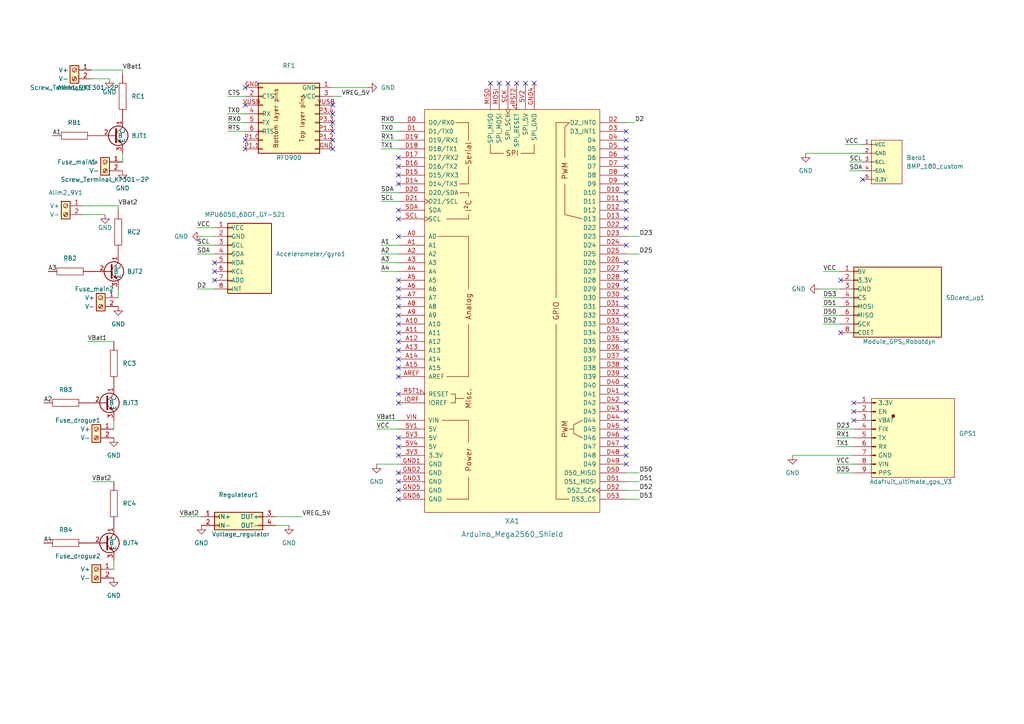
<source format=kicad_sch>
(kicad_sch (version 20211123) (generator eeschema)

  (uuid 90a5d579-c0cb-46b0-afd9-3af664fbb8d2)

  (paper "A4")

  (title_block
    (title "Projet Nebula")
    (date "2023-06-20")
    (rev "1")
    (company "Groupe aerospatial de l'université Laval")
    (comment 1 "Nathan Armishaw")
  )

  (lib_symbols
    (symbol "Screw_Terminal_KF301-2P_2" (pin_names (offset 3)) (in_bom yes) (on_board yes)
      (property "Reference" "conn" (id 0) (at 0 2.54 0)
        (effects (font (size 1.27 1.27)))
      )
      (property "Value" "Screw_Terminal_KF301-2P_2" (id 1) (at 0 -5.08 0)
        (effects (font (size 1.27 1.27)))
      )
      (property "Footprint" "" (id 2) (at 0 0 0)
        (effects (font (size 1.27 1.27)) hide)
      )
      (property "Datasheet" "" (id 3) (at 7.62 0 0)
        (effects (font (size 1.27 1.27)) hide)
      )
      (property "ki_keywords" "screw terminal" (id 4) (at 0 0 0)
        (effects (font (size 1.27 1.27)) hide)
      )
      (property "ki_description" "Generic screw terminal, single row, 01x02, script generated (kicad-library-utils/schlib/autogen/connector/)" (id 5) (at 0 0 0)
        (effects (font (size 1.27 1.27)) hide)
      )
      (property "ki_fp_filters" "TerminalBlock*:*" (id 6) (at 0 0 0)
        (effects (font (size 1.27 1.27)) hide)
      )
      (symbol "Screw_Terminal_KF301-2P_2_1_1"
        (rectangle (start -1.27 1.27) (end 1.27 -3.81)
          (stroke (width 0.254) (type default) (color 0 0 0 0))
          (fill (type background))
        )
        (circle (center 0 -2.54) (radius 0.635)
          (stroke (width 0.1524) (type default) (color 0 0 0 0))
          (fill (type none))
        )
        (polyline
          (pts
            (xy -0.5334 -2.2098)
            (xy 0.3302 -3.048)
          )
          (stroke (width 0.1524) (type default) (color 0 0 0 0))
          (fill (type none))
        )
        (polyline
          (pts
            (xy -0.5334 0.3302)
            (xy 0.3302 -0.508)
          )
          (stroke (width 0.1524) (type default) (color 0 0 0 0))
          (fill (type none))
        )
        (polyline
          (pts
            (xy -0.3556 -2.032)
            (xy 0.508 -2.8702)
          )
          (stroke (width 0.1524) (type default) (color 0 0 0 0))
          (fill (type none))
        )
        (circle (center 0 0) (radius 0.635)
          (stroke (width 0.1524) (type default) (color 0 0 0 0))
          (fill (type none))
        )
        (pin passive line (at -5.08 0 0) (length 3.81)
          (name "V+" (effects (font (size 1.27 1.27))))
          (number "1" (effects (font (size 1.27 1.27))))
        )
        (pin passive line (at -5.08 -2.54 0) (length 3.81)
          (name "V-" (effects (font (size 1.27 1.27))))
          (number "2" (effects (font (size 1.27 1.27))))
        )
      )
    )
    (symbol "Screw_Terminal_KF301-2P_3" (pin_names (offset 3)) (in_bom yes) (on_board yes)
      (property "Reference" "conn" (id 0) (at 0 2.54 0)
        (effects (font (size 1.27 1.27)))
      )
      (property "Value" "Screw_Terminal_KF301-2P_3" (id 1) (at 0 -5.08 0)
        (effects (font (size 1.27 1.27)))
      )
      (property "Footprint" "" (id 2) (at 0 0 0)
        (effects (font (size 1.27 1.27)) hide)
      )
      (property "Datasheet" "" (id 3) (at 7.62 0 0)
        (effects (font (size 1.27 1.27)) hide)
      )
      (property "ki_keywords" "screw terminal" (id 4) (at 0 0 0)
        (effects (font (size 1.27 1.27)) hide)
      )
      (property "ki_description" "Generic screw terminal, single row, 01x02, script generated (kicad-library-utils/schlib/autogen/connector/)" (id 5) (at 0 0 0)
        (effects (font (size 1.27 1.27)) hide)
      )
      (property "ki_fp_filters" "TerminalBlock*:*" (id 6) (at 0 0 0)
        (effects (font (size 1.27 1.27)) hide)
      )
      (symbol "Screw_Terminal_KF301-2P_3_1_1"
        (rectangle (start -1.27 1.27) (end 1.27 -3.81)
          (stroke (width 0.254) (type default) (color 0 0 0 0))
          (fill (type background))
        )
        (circle (center 0 -2.54) (radius 0.635)
          (stroke (width 0.1524) (type default) (color 0 0 0 0))
          (fill (type none))
        )
        (polyline
          (pts
            (xy -0.5334 -2.2098)
            (xy 0.3302 -3.048)
          )
          (stroke (width 0.1524) (type default) (color 0 0 0 0))
          (fill (type none))
        )
        (polyline
          (pts
            (xy -0.5334 0.3302)
            (xy 0.3302 -0.508)
          )
          (stroke (width 0.1524) (type default) (color 0 0 0 0))
          (fill (type none))
        )
        (polyline
          (pts
            (xy -0.3556 -2.032)
            (xy 0.508 -2.8702)
          )
          (stroke (width 0.1524) (type default) (color 0 0 0 0))
          (fill (type none))
        )
        (circle (center 0 0) (radius 0.635)
          (stroke (width 0.1524) (type default) (color 0 0 0 0))
          (fill (type none))
        )
        (pin passive line (at -5.08 0 0) (length 3.81)
          (name "V+" (effects (font (size 1.27 1.27))))
          (number "1" (effects (font (size 1.27 1.27))))
        )
        (pin passive line (at -5.08 -2.54 0) (length 3.81)
          (name "V-" (effects (font (size 1.27 1.27))))
          (number "2" (effects (font (size 1.27 1.27))))
        )
      )
    )
    (symbol "arduino-library:Arduino_Mega2560_Shield" (pin_names (offset 1.016)) (in_bom yes) (on_board yes)
      (property "Reference" "XA" (id 0) (at 0 -62.23 0)
        (effects (font (size 1.524 1.524)))
      )
      (property "Value" "Arduino_Mega2560_Shield" (id 1) (at 0 -66.04 0)
        (effects (font (size 1.524 1.524)))
      )
      (property "Footprint" "PCM_arduino-library:Arduino_Mega2560_Shield" (id 2) (at 0 -73.66 0)
        (effects (font (size 1.524 1.524)) hide)
      )
      (property "Datasheet" "https://docs.arduino.cc/hardware/mega-2560" (id 3) (at 0 -69.85 0)
        (effects (font (size 1.524 1.524)) hide)
      )
      (property "ki_keywords" "Arduino MPU Shield" (id 4) (at 0 0 0)
        (effects (font (size 1.27 1.27)) hide)
      )
      (property "ki_description" "Shield for Arduino Mega 2560" (id 5) (at 0 0 0)
        (effects (font (size 1.27 1.27)) hide)
      )
      (property "ki_fp_filters" "Arduino_Mega2560_Shield" (id 6) (at 0 0 0)
        (effects (font (size 1.27 1.27)) hide)
      )
      (symbol "Arduino_Mega2560_Shield_0_0"
        (rectangle (start -25.4 -58.42) (end 25.4 58.42)
          (stroke (width 0) (type default) (color 0 0 0 0))
          (fill (type background))
        )
        (rectangle (start -20.32 -31.75) (end -12.7 -31.75)
          (stroke (width 0) (type default) (color 0 0 0 0))
          (fill (type none))
        )
        (rectangle (start -19.05 -54.61) (end -12.7 -54.61)
          (stroke (width 0) (type default) (color 0 0 0 0))
          (fill (type none))
        )
        (rectangle (start -19.05 -19.05) (end -12.7 -19.05)
          (stroke (width 0) (type default) (color 0 0 0 0))
          (fill (type none))
        )
        (rectangle (start -19.05 26.67) (end -12.7 26.67)
          (stroke (width 0) (type default) (color 0 0 0 0))
          (fill (type none))
        )
        (rectangle (start -17.78 -26.67) (end -16.51 -26.67)
          (stroke (width 0) (type default) (color 0 0 0 0))
          (fill (type none))
        )
        (rectangle (start -17.78 -24.13) (end -16.51 -24.13)
          (stroke (width 0) (type default) (color 0 0 0 0))
          (fill (type none))
        )
        (rectangle (start -16.51 -25.4) (end -13.97 -25.4)
          (stroke (width 0) (type default) (color 0 0 0 0))
          (fill (type none))
        )
        (rectangle (start -16.51 -24.13) (end -16.51 -26.67)
          (stroke (width 0) (type default) (color 0 0 0 0))
          (fill (type none))
        )
        (rectangle (start -16.51 54.61) (end -12.7 54.61)
          (stroke (width 0) (type default) (color 0 0 0 0))
          (fill (type none))
        )
        (rectangle (start -15.24 34.29) (end -12.7 34.29)
          (stroke (width 0) (type default) (color 0 0 0 0))
          (fill (type none))
        )
        (rectangle (start -15.24 36.83) (end -12.7 36.83)
          (stroke (width 0) (type default) (color 0 0 0 0))
          (fill (type none))
        )
        (rectangle (start -12.7 -54.61) (end -12.7 -48.26)
          (stroke (width 0) (type default) (color 0 0 0 0))
          (fill (type none))
        )
        (rectangle (start -12.7 -31.75) (end -12.7 -38.1)
          (stroke (width 0) (type default) (color 0 0 0 0))
          (fill (type none))
        )
        (rectangle (start -12.7 26.67) (end -12.7 27.94)
          (stroke (width 0) (type default) (color 0 0 0 0))
          (fill (type none))
        )
        (rectangle (start -12.7 34.29) (end -12.7 33.02)
          (stroke (width 0) (type default) (color 0 0 0 0))
          (fill (type none))
        )
        (rectangle (start -12.7 41.91) (end -12.7 36.83)
          (stroke (width 0) (type default) (color 0 0 0 0))
          (fill (type none))
        )
        (rectangle (start -12.7 49.53) (end -12.7 54.61)
          (stroke (width 0) (type default) (color 0 0 0 0))
          (fill (type none))
        )
        (rectangle (start -6.35 48.26) (end -6.35 45.72)
          (stroke (width 0) (type default) (color 0 0 0 0))
          (fill (type none))
        )
        (rectangle (start -2.54 45.72) (end -6.35 45.72)
          (stroke (width 0) (type default) (color 0 0 0 0))
          (fill (type none))
        )
        (polyline
          (pts
            (xy -21.59 21.59)
            (xy -12.7 21.59)
          )
          (stroke (width 0) (type default) (color 0 0 0 0))
          (fill (type none))
        )
        (polyline
          (pts
            (xy -12.7 -19.05)
            (xy -12.7 -3.81)
          )
          (stroke (width 0) (type default) (color 0 0 0 0))
          (fill (type none))
        )
        (polyline
          (pts
            (xy -12.7 6.35)
            (xy -12.7 21.59)
          )
          (stroke (width 0) (type default) (color 0 0 0 0))
          (fill (type none))
        )
        (polyline
          (pts
            (xy 12.7 -54.61)
            (xy 16.51 -54.61)
          )
          (stroke (width 0) (type default) (color 0 0 0 0))
          (fill (type none))
        )
        (polyline
          (pts
            (xy 12.7 54.61)
            (xy 16.51 54.61)
          )
          (stroke (width 0) (type default) (color 0 0 0 0))
          (fill (type none))
        )
        (polyline
          (pts
            (xy 17.78 -34.29)
            (xy 16.51 -34.29)
          )
          (stroke (width 0) (type default) (color 0 0 0 0))
          (fill (type none))
        )
        (polyline
          (pts
            (xy 15.24 36.83)
            (xy 15.24 27.94)
            (xy 20.32 26.67)
          )
          (stroke (width 0) (type default) (color 0 0 0 0))
          (fill (type none))
        )
        (polyline
          (pts
            (xy 15.24 44.45)
            (xy 15.24 53.34)
            (xy 16.51 54.61)
          )
          (stroke (width 0) (type default) (color 0 0 0 0))
          (fill (type none))
        )
        (polyline
          (pts
            (xy 20.32 -31.75)
            (xy 17.78 -33.02)
            (xy 17.78 -35.56)
            (xy 20.32 -36.83)
          )
          (stroke (width 0) (type default) (color 0 0 0 0))
          (fill (type none))
        )
        (rectangle (start 6.35 45.72) (end 2.54 45.72)
          (stroke (width 0) (type default) (color 0 0 0 0))
          (fill (type none))
        )
        (rectangle (start 6.35 48.26) (end 6.35 45.72)
          (stroke (width 0) (type default) (color 0 0 0 0))
          (fill (type none))
        )
        (text "Analog" (at -12.7 1.27 900)
          (effects (font (size 1.524 1.524)))
        )
        (text "I²C" (at -12.7 30.48 900)
          (effects (font (size 1.524 1.524)))
        )
        (text "Misc." (at -12.7 -25.4 900)
          (effects (font (size 1.524 1.524)))
        )
        (text "Power" (at -12.7 -43.18 900)
          (effects (font (size 1.524 1.524)))
        )
        (text "PWM" (at 15.24 -34.29 900)
          (effects (font (size 1.524 1.524)))
        )
        (text "PWM" (at 15.24 40.64 900)
          (effects (font (size 1.524 1.524)))
        )
        (text "Serial" (at -12.7 45.72 900)
          (effects (font (size 1.524 1.524)))
        )
        (text "SPI" (at 0 45.72 0)
          (effects (font (size 1.524 1.524)))
        )
      )
      (symbol "Arduino_Mega2560_Shield_1_0"
        (rectangle (start 12.7 -54.61) (end 12.7 -3.81)
          (stroke (width 0) (type default) (color 0 0 0 0))
          (fill (type none))
        )
        (rectangle (start 12.7 54.61) (end 12.7 3.81)
          (stroke (width 0) (type default) (color 0 0 0 0))
          (fill (type none))
        )
        (text "GPIO" (at 12.7 0 900)
          (effects (font (size 1.524 1.524)))
        )
      )
      (symbol "Arduino_Mega2560_Shield_1_1"
        (pin power_out line (at -33.02 -41.91 0) (length 7.62)
          (name "3.3V" (effects (font (size 1.27 1.27))))
          (number "3V3" (effects (font (size 1.27 1.27))))
        )
        (pin power_in line (at -33.02 -34.29 0) (length 7.62)
          (name "5V" (effects (font (size 1.27 1.27))))
          (number "5V1" (effects (font (size 1.27 1.27))))
        )
        (pin power_in line (at 3.81 66.04 270) (length 7.62)
          (name "SPI_5V" (effects (font (size 1.27 1.27))))
          (number "5V2" (effects (font (size 1.27 1.27))))
        )
        (pin power_in line (at -33.02 -36.83 0) (length 7.62)
          (name "5V" (effects (font (size 1.27 1.27))))
          (number "5V3" (effects (font (size 1.27 1.27))))
        )
        (pin power_in line (at -33.02 -39.37 0) (length 7.62)
          (name "5V" (effects (font (size 1.27 1.27))))
          (number "5V4" (effects (font (size 1.27 1.27))))
        )
        (pin bidirectional line (at -33.02 21.59 0) (length 7.62)
          (name "A0" (effects (font (size 1.27 1.27))))
          (number "A0" (effects (font (size 1.27 1.27))))
        )
        (pin bidirectional line (at -33.02 19.05 0) (length 7.62)
          (name "A1" (effects (font (size 1.27 1.27))))
          (number "A1" (effects (font (size 1.27 1.27))))
        )
        (pin bidirectional line (at -33.02 -3.81 0) (length 7.62)
          (name "A10" (effects (font (size 1.27 1.27))))
          (number "A10" (effects (font (size 1.27 1.27))))
        )
        (pin bidirectional line (at -33.02 -6.35 0) (length 7.62)
          (name "A11" (effects (font (size 1.27 1.27))))
          (number "A11" (effects (font (size 1.27 1.27))))
        )
        (pin bidirectional line (at -33.02 -8.89 0) (length 7.62)
          (name "A12" (effects (font (size 1.27 1.27))))
          (number "A12" (effects (font (size 1.27 1.27))))
        )
        (pin bidirectional line (at -33.02 -11.43 0) (length 7.62)
          (name "A13" (effects (font (size 1.27 1.27))))
          (number "A13" (effects (font (size 1.27 1.27))))
        )
        (pin bidirectional line (at -33.02 -13.97 0) (length 7.62)
          (name "A14" (effects (font (size 1.27 1.27))))
          (number "A14" (effects (font (size 1.27 1.27))))
        )
        (pin bidirectional line (at -33.02 -16.51 0) (length 7.62)
          (name "A15" (effects (font (size 1.27 1.27))))
          (number "A15" (effects (font (size 1.27 1.27))))
        )
        (pin bidirectional line (at -33.02 16.51 0) (length 7.62)
          (name "A2" (effects (font (size 1.27 1.27))))
          (number "A2" (effects (font (size 1.27 1.27))))
        )
        (pin bidirectional line (at -33.02 13.97 0) (length 7.62)
          (name "A3" (effects (font (size 1.27 1.27))))
          (number "A3" (effects (font (size 1.27 1.27))))
        )
        (pin bidirectional line (at -33.02 11.43 0) (length 7.62)
          (name "A4" (effects (font (size 1.27 1.27))))
          (number "A4" (effects (font (size 1.27 1.27))))
        )
        (pin bidirectional line (at -33.02 8.89 0) (length 7.62)
          (name "A5" (effects (font (size 1.27 1.27))))
          (number "A5" (effects (font (size 1.27 1.27))))
        )
        (pin bidirectional line (at -33.02 6.35 0) (length 7.62)
          (name "A6" (effects (font (size 1.27 1.27))))
          (number "A6" (effects (font (size 1.27 1.27))))
        )
        (pin bidirectional line (at -33.02 3.81 0) (length 7.62)
          (name "A7" (effects (font (size 1.27 1.27))))
          (number "A7" (effects (font (size 1.27 1.27))))
        )
        (pin bidirectional line (at -33.02 1.27 0) (length 7.62)
          (name "A8" (effects (font (size 1.27 1.27))))
          (number "A8" (effects (font (size 1.27 1.27))))
        )
        (pin bidirectional line (at -33.02 -1.27 0) (length 7.62)
          (name "A9" (effects (font (size 1.27 1.27))))
          (number "A9" (effects (font (size 1.27 1.27))))
        )
        (pin input line (at -33.02 -19.05 0) (length 7.62)
          (name "AREF" (effects (font (size 1.27 1.27))))
          (number "AREF" (effects (font (size 1.27 1.27))))
        )
        (pin bidirectional line (at -33.02 54.61 0) (length 7.62)
          (name "D0/RX0" (effects (font (size 1.27 1.27))))
          (number "D0" (effects (font (size 1.27 1.27))))
        )
        (pin bidirectional line (at -33.02 52.07 0) (length 7.62)
          (name "D1/TX0" (effects (font (size 1.27 1.27))))
          (number "D1" (effects (font (size 1.27 1.27))))
        )
        (pin bidirectional line (at 33.02 34.29 180) (length 7.62)
          (name "D10" (effects (font (size 1.27 1.27))))
          (number "D10" (effects (font (size 1.27 1.27))))
        )
        (pin bidirectional line (at 33.02 31.75 180) (length 7.62)
          (name "D11" (effects (font (size 1.27 1.27))))
          (number "D11" (effects (font (size 1.27 1.27))))
        )
        (pin bidirectional line (at 33.02 29.21 180) (length 7.62)
          (name "D12" (effects (font (size 1.27 1.27))))
          (number "D12" (effects (font (size 1.27 1.27))))
        )
        (pin bidirectional line (at 33.02 26.67 180) (length 7.62)
          (name "D13" (effects (font (size 1.27 1.27))))
          (number "D13" (effects (font (size 1.27 1.27))))
        )
        (pin bidirectional line (at -33.02 36.83 0) (length 7.62)
          (name "D14/TX3" (effects (font (size 1.27 1.27))))
          (number "D14" (effects (font (size 1.27 1.27))))
        )
        (pin bidirectional line (at -33.02 39.37 0) (length 7.62)
          (name "D15/RX3" (effects (font (size 1.27 1.27))))
          (number "D15" (effects (font (size 1.27 1.27))))
        )
        (pin bidirectional line (at -33.02 41.91 0) (length 7.62)
          (name "D16/TX2" (effects (font (size 1.27 1.27))))
          (number "D16" (effects (font (size 1.27 1.27))))
        )
        (pin bidirectional line (at -33.02 44.45 0) (length 7.62)
          (name "D17/RX2" (effects (font (size 1.27 1.27))))
          (number "D17" (effects (font (size 1.27 1.27))))
        )
        (pin bidirectional line (at -33.02 46.99 0) (length 7.62)
          (name "D18/TX1" (effects (font (size 1.27 1.27))))
          (number "D18" (effects (font (size 1.27 1.27))))
        )
        (pin bidirectional line (at -33.02 49.53 0) (length 7.62)
          (name "D19/RX1" (effects (font (size 1.27 1.27))))
          (number "D19" (effects (font (size 1.27 1.27))))
        )
        (pin bidirectional line (at 33.02 54.61 180) (length 7.62)
          (name "D2_INT0" (effects (font (size 1.27 1.27))))
          (number "D2" (effects (font (size 1.27 1.27))))
        )
        (pin bidirectional line (at -33.02 34.29 0) (length 7.62)
          (name "D20/SDA" (effects (font (size 1.27 1.27))))
          (number "D20" (effects (font (size 1.27 1.27))))
        )
        (pin bidirectional clock (at -33.02 31.75 0) (length 7.62)
          (name "D21/SCL" (effects (font (size 1.27 1.27))))
          (number "D21" (effects (font (size 1.27 1.27))))
        )
        (pin bidirectional line (at 33.02 24.13 180) (length 7.62)
          (name "D22" (effects (font (size 1.27 1.27))))
          (number "D22" (effects (font (size 1.27 1.27))))
        )
        (pin bidirectional line (at 33.02 21.59 180) (length 7.62)
          (name "D23" (effects (font (size 1.27 1.27))))
          (number "D23" (effects (font (size 1.27 1.27))))
        )
        (pin bidirectional line (at 33.02 19.05 180) (length 7.62)
          (name "D24" (effects (font (size 1.27 1.27))))
          (number "D24" (effects (font (size 1.27 1.27))))
        )
        (pin bidirectional line (at 33.02 16.51 180) (length 7.62)
          (name "D25" (effects (font (size 1.27 1.27))))
          (number "D25" (effects (font (size 1.27 1.27))))
        )
        (pin bidirectional line (at 33.02 13.97 180) (length 7.62)
          (name "D26" (effects (font (size 1.27 1.27))))
          (number "D26" (effects (font (size 1.27 1.27))))
        )
        (pin bidirectional line (at 33.02 11.43 180) (length 7.62)
          (name "D27" (effects (font (size 1.27 1.27))))
          (number "D27" (effects (font (size 1.27 1.27))))
        )
        (pin bidirectional line (at 33.02 8.89 180) (length 7.62)
          (name "D28" (effects (font (size 1.27 1.27))))
          (number "D28" (effects (font (size 1.27 1.27))))
        )
        (pin bidirectional line (at 33.02 6.35 180) (length 7.62)
          (name "D29" (effects (font (size 1.27 1.27))))
          (number "D29" (effects (font (size 1.27 1.27))))
        )
        (pin bidirectional line (at 33.02 52.07 180) (length 7.62)
          (name "D3_INT1" (effects (font (size 1.27 1.27))))
          (number "D3" (effects (font (size 1.27 1.27))))
        )
        (pin bidirectional line (at 33.02 3.81 180) (length 7.62)
          (name "D30" (effects (font (size 1.27 1.27))))
          (number "D30" (effects (font (size 1.27 1.27))))
        )
        (pin bidirectional line (at 33.02 1.27 180) (length 7.62)
          (name "D31" (effects (font (size 1.27 1.27))))
          (number "D31" (effects (font (size 1.27 1.27))))
        )
        (pin bidirectional line (at 33.02 -1.27 180) (length 7.62)
          (name "D32" (effects (font (size 1.27 1.27))))
          (number "D32" (effects (font (size 1.27 1.27))))
        )
        (pin bidirectional line (at 33.02 -3.81 180) (length 7.62)
          (name "D33" (effects (font (size 1.27 1.27))))
          (number "D33" (effects (font (size 1.27 1.27))))
        )
        (pin bidirectional line (at 33.02 -6.35 180) (length 7.62)
          (name "D34" (effects (font (size 1.27 1.27))))
          (number "D34" (effects (font (size 1.27 1.27))))
        )
        (pin bidirectional line (at 33.02 -8.89 180) (length 7.62)
          (name "D35" (effects (font (size 1.27 1.27))))
          (number "D35" (effects (font (size 1.27 1.27))))
        )
        (pin bidirectional line (at 33.02 -11.43 180) (length 7.62)
          (name "D36" (effects (font (size 1.27 1.27))))
          (number "D36" (effects (font (size 1.27 1.27))))
        )
        (pin bidirectional line (at 33.02 -13.97 180) (length 7.62)
          (name "D37" (effects (font (size 1.27 1.27))))
          (number "D37" (effects (font (size 1.27 1.27))))
        )
        (pin bidirectional line (at 33.02 -16.51 180) (length 7.62)
          (name "D38" (effects (font (size 1.27 1.27))))
          (number "D38" (effects (font (size 1.27 1.27))))
        )
        (pin bidirectional line (at 33.02 -19.05 180) (length 7.62)
          (name "D39" (effects (font (size 1.27 1.27))))
          (number "D39" (effects (font (size 1.27 1.27))))
        )
        (pin bidirectional line (at 33.02 49.53 180) (length 7.62)
          (name "D4" (effects (font (size 1.27 1.27))))
          (number "D4" (effects (font (size 1.27 1.27))))
        )
        (pin bidirectional line (at 33.02 -21.59 180) (length 7.62)
          (name "D40" (effects (font (size 1.27 1.27))))
          (number "D40" (effects (font (size 1.27 1.27))))
        )
        (pin bidirectional line (at 33.02 -24.13 180) (length 7.62)
          (name "D41" (effects (font (size 1.27 1.27))))
          (number "D41" (effects (font (size 1.27 1.27))))
        )
        (pin bidirectional line (at 33.02 -26.67 180) (length 7.62)
          (name "D42" (effects (font (size 1.27 1.27))))
          (number "D42" (effects (font (size 1.27 1.27))))
        )
        (pin bidirectional line (at 33.02 -29.21 180) (length 7.62)
          (name "D43" (effects (font (size 1.27 1.27))))
          (number "D43" (effects (font (size 1.27 1.27))))
        )
        (pin bidirectional line (at 33.02 -31.75 180) (length 7.62)
          (name "D44" (effects (font (size 1.27 1.27))))
          (number "D44" (effects (font (size 1.27 1.27))))
        )
        (pin bidirectional line (at 33.02 -34.29 180) (length 7.62)
          (name "D45" (effects (font (size 1.27 1.27))))
          (number "D45" (effects (font (size 1.27 1.27))))
        )
        (pin bidirectional line (at 33.02 -36.83 180) (length 7.62)
          (name "D46" (effects (font (size 1.27 1.27))))
          (number "D46" (effects (font (size 1.27 1.27))))
        )
        (pin bidirectional line (at 33.02 -39.37 180) (length 7.62)
          (name "D47" (effects (font (size 1.27 1.27))))
          (number "D47" (effects (font (size 1.27 1.27))))
        )
        (pin bidirectional line (at 33.02 -41.91 180) (length 7.62)
          (name "D48" (effects (font (size 1.27 1.27))))
          (number "D48" (effects (font (size 1.27 1.27))))
        )
        (pin bidirectional line (at 33.02 -44.45 180) (length 7.62)
          (name "D49" (effects (font (size 1.27 1.27))))
          (number "D49" (effects (font (size 1.27 1.27))))
        )
        (pin bidirectional line (at 33.02 46.99 180) (length 7.62)
          (name "D5" (effects (font (size 1.27 1.27))))
          (number "D5" (effects (font (size 1.27 1.27))))
        )
        (pin bidirectional line (at 33.02 -46.99 180) (length 7.62)
          (name "D50_MISO" (effects (font (size 1.27 1.27))))
          (number "D50" (effects (font (size 1.27 1.27))))
        )
        (pin bidirectional line (at 33.02 -49.53 180) (length 7.62)
          (name "D51_MOSI" (effects (font (size 1.27 1.27))))
          (number "D51" (effects (font (size 1.27 1.27))))
        )
        (pin bidirectional clock (at 33.02 -52.07 180) (length 7.62)
          (name "D52_SCK" (effects (font (size 1.27 1.27))))
          (number "D52" (effects (font (size 1.27 1.27))))
        )
        (pin bidirectional line (at 33.02 -54.61 180) (length 7.62)
          (name "D53_CS" (effects (font (size 1.27 1.27))))
          (number "D53" (effects (font (size 1.27 1.27))))
        )
        (pin bidirectional line (at 33.02 44.45 180) (length 7.62)
          (name "D6" (effects (font (size 1.27 1.27))))
          (number "D6" (effects (font (size 1.27 1.27))))
        )
        (pin bidirectional line (at 33.02 41.91 180) (length 7.62)
          (name "D7" (effects (font (size 1.27 1.27))))
          (number "D7" (effects (font (size 1.27 1.27))))
        )
        (pin bidirectional line (at 33.02 39.37 180) (length 7.62)
          (name "D8" (effects (font (size 1.27 1.27))))
          (number "D8" (effects (font (size 1.27 1.27))))
        )
        (pin bidirectional line (at 33.02 36.83 180) (length 7.62)
          (name "D9" (effects (font (size 1.27 1.27))))
          (number "D9" (effects (font (size 1.27 1.27))))
        )
        (pin power_in line (at -33.02 -44.45 0) (length 7.62)
          (name "GND" (effects (font (size 1.27 1.27))))
          (number "GND1" (effects (font (size 1.27 1.27))))
        )
        (pin power_in line (at -33.02 -46.99 0) (length 7.62)
          (name "GND" (effects (font (size 1.27 1.27))))
          (number "GND2" (effects (font (size 1.27 1.27))))
        )
        (pin power_in line (at -33.02 -49.53 0) (length 7.62)
          (name "GND" (effects (font (size 1.27 1.27))))
          (number "GND3" (effects (font (size 1.27 1.27))))
        )
        (pin power_in line (at 6.35 66.04 270) (length 7.62)
          (name "SPI_GND" (effects (font (size 1.27 1.27))))
          (number "GND4" (effects (font (size 1.27 1.27))))
        )
        (pin power_in line (at -33.02 -52.07 0) (length 7.62)
          (name "GND" (effects (font (size 1.27 1.27))))
          (number "GND5" (effects (font (size 1.27 1.27))))
        )
        (pin power_in line (at -33.02 -54.61 0) (length 7.62)
          (name "GND" (effects (font (size 1.27 1.27))))
          (number "GND6" (effects (font (size 1.27 1.27))))
        )
        (pin output line (at -33.02 -26.67 0) (length 7.62)
          (name "IOREF" (effects (font (size 1.27 1.27))))
          (number "IORF" (effects (font (size 1.27 1.27))))
        )
        (pin input line (at -6.35 66.04 270) (length 7.62)
          (name "SPI_MISO" (effects (font (size 1.27 1.27))))
          (number "MISO" (effects (font (size 1.27 1.27))))
        )
        (pin output line (at -3.81 66.04 270) (length 7.62)
          (name "SPI_MOSI" (effects (font (size 1.27 1.27))))
          (number "MOSI" (effects (font (size 1.27 1.27))))
        )
        (pin open_collector input_low (at -33.02 -24.13 0) (length 7.62)
          (name "RESET" (effects (font (size 1.27 1.27))))
          (number "RST1" (effects (font (size 1.27 1.27))))
        )
        (pin open_collector input_low (at 1.27 66.04 270) (length 7.62)
          (name "SPI_RESET" (effects (font (size 1.27 1.27))))
          (number "RST2" (effects (font (size 1.27 1.27))))
        )
        (pin output clock (at -1.27 66.04 270) (length 7.62)
          (name "SPI_SCK" (effects (font (size 1.27 1.27))))
          (number "SCK" (effects (font (size 1.27 1.27))))
        )
        (pin bidirectional clock (at -33.02 26.67 0) (length 7.62)
          (name "SCL" (effects (font (size 1.27 1.27))))
          (number "SCL" (effects (font (size 1.27 1.27))))
        )
        (pin bidirectional line (at -33.02 29.21 0) (length 7.62)
          (name "SDA" (effects (font (size 1.27 1.27))))
          (number "SDA" (effects (font (size 1.27 1.27))))
        )
        (pin power_in line (at -33.02 -31.75 0) (length 7.62)
          (name "VIN" (effects (font (size 1.27 1.27))))
          (number "VIN" (effects (font (size 1.27 1.27))))
        )
      )
    )
    (symbol "gaul:2SC3279" (in_bom yes) (on_board yes)
      (property "Reference" "BJT" (id 0) (at 2.54 -3.81 0)
        (effects (font (size 1.27 1.27)))
      )
      (property "Value" "2SC3279" (id 1) (at 0 -1.27 0)
        (effects (font (size 1.27 1.27)))
      )
      (property "Footprint" "" (id 2) (at 0 0 0)
        (effects (font (size 1.27 1.27)) hide)
      )
      (property "Datasheet" "" (id 3) (at 0 0 0)
        (effects (font (size 1.27 1.27)) hide)
      )
      (symbol "2SC3279_0_1"
        (circle (center -1.27 -7.62) (radius 2.8194)
          (stroke (width 0.254) (type default) (color 0 0 0 0))
          (fill (type none))
        )
        (polyline
          (pts
            (xy -1.905 -6.985)
            (xy 0 -5.08)
          )
          (stroke (width 0) (type default) (color 0 0 0 0))
          (fill (type none))
        )
        (polyline
          (pts
            (xy -1.905 -8.255)
            (xy 0 -10.16)
            (xy 0 -10.16)
          )
          (stroke (width 0) (type default) (color 0 0 0 0))
          (fill (type none))
        )
        (polyline
          (pts
            (xy -1.905 -5.715)
            (xy -1.905 -9.525)
            (xy -1.905 -9.525)
          )
          (stroke (width 0.508) (type default) (color 0 0 0 0))
          (fill (type none))
        )
        (polyline
          (pts
            (xy -1.3209 -9.2907)
            (xy -0.8129 -8.7827)
            (xy -0.3049 -9.7987)
            (xy -1.3209 -9.2907)
            (xy -1.3209 -9.2907)
          )
          (stroke (width 0) (type default) (color 0 0 0 0))
          (fill (type outline))
        )
      )
      (symbol "2SC3279_1_1"
        (pin passive line (at 0 -2.54 270) (length 2.54)
          (name "C" (effects (font (size 1.27 1.27))))
          (number "1" (effects (font (size 1.27 1.27))))
        )
        (pin input line (at -7.62 -7.62 0) (length 5.715)
          (name "B" (effects (font (size 1.27 1.27))))
          (number "2" (effects (font (size 1.27 1.27))))
        )
        (pin passive line (at 0 -12.7 90) (length 2.54)
          (name "E" (effects (font (size 1.27 1.27))))
          (number "3" (effects (font (size 1.27 1.27))))
        )
      )
    )
    (symbol "gaul:Adafruit_ultimate_gps_V3" (pin_names (offset 1.016)) (in_bom yes) (on_board yes)
      (property "Reference" "GPS" (id 0) (at 6.35 12.7 0)
        (effects (font (size 1.27 1.27)))
      )
      (property "Value" "Adafruit_ultimate_gps_V3" (id 1) (at 15.24 -12.7 0)
        (effects (font (size 1.27 1.27)))
      )
      (property "Footprint" "" (id 2) (at 5.08 0 0)
        (effects (font (size 1.27 1.27)) hide)
      )
      (property "Datasheet" "~" (id 3) (at 5.08 0 0)
        (effects (font (size 1.27 1.27)) hide)
      )
      (property "ki_keywords" "connector" (id 4) (at 0 0 0)
        (effects (font (size 1.27 1.27)) hide)
      )
      (property "ki_description" "Generic connector, single row, 01x09, script generated (kicad-library-utils/schlib/autogen/connector/)" (id 5) (at 0 0 0)
        (effects (font (size 1.27 1.27)) hide)
      )
      (property "ki_fp_filters" "Connector*:*_1x??_*" (id 6) (at 0 0 0)
        (effects (font (size 1.27 1.27)) hide)
      )
      (symbol "Adafruit_ultimate_gps_V3_0_1"
        (rectangle (start 3.81 11.43) (end 27.94 -11.43)
          (stroke (width 0) (type default) (color 0 0 0 0))
          (fill (type background))
        )
        (rectangle (start 10.16 6.35) (end 10.16 6.35)
          (stroke (width 1) (type default) (color 0 0 0 0))
          (fill (type none))
        )
      )
      (symbol "Adafruit_ultimate_gps_V3_1_1"
        (polyline
          (pts
            (xy 3.81 -10.16)
            (xy 4.2164 -10.16)
          )
          (stroke (width 0.1524) (type default) (color 0 0 0 0))
          (fill (type none))
        )
        (polyline
          (pts
            (xy 3.81 -7.62)
            (xy 4.2164 -7.62)
          )
          (stroke (width 0.1524) (type default) (color 0 0 0 0))
          (fill (type none))
        )
        (polyline
          (pts
            (xy 3.81 -5.08)
            (xy 4.2164 -5.08)
          )
          (stroke (width 0.1524) (type default) (color 0 0 0 0))
          (fill (type none))
        )
        (polyline
          (pts
            (xy 3.81 -2.54)
            (xy 4.2164 -2.54)
          )
          (stroke (width 0.1524) (type default) (color 0 0 0 0))
          (fill (type none))
        )
        (polyline
          (pts
            (xy 3.81 0)
            (xy 4.2164 0)
          )
          (stroke (width 0.1524) (type default) (color 0 0 0 0))
          (fill (type none))
        )
        (polyline
          (pts
            (xy 3.81 2.54)
            (xy 4.2164 2.54)
          )
          (stroke (width 0.1524) (type default) (color 0 0 0 0))
          (fill (type none))
        )
        (polyline
          (pts
            (xy 3.81 5.08)
            (xy 4.2164 5.08)
          )
          (stroke (width 0.1524) (type default) (color 0 0 0 0))
          (fill (type none))
        )
        (polyline
          (pts
            (xy 3.81 7.62)
            (xy 4.2164 7.62)
          )
          (stroke (width 0.1524) (type default) (color 0 0 0 0))
          (fill (type none))
        )
        (polyline
          (pts
            (xy 3.81 10.16)
            (xy 4.2164 10.16)
          )
          (stroke (width 0.1524) (type default) (color 0 0 0 0))
          (fill (type none))
        )
        (rectangle (start 5.08 -10.287) (end 4.2164 -10.033)
          (stroke (width 0.1524) (type default) (color 0 0 0 0))
          (fill (type outline))
        )
        (rectangle (start 5.08 -7.747) (end 4.2164 -7.493)
          (stroke (width 0.1524) (type default) (color 0 0 0 0))
          (fill (type outline))
        )
        (rectangle (start 5.08 -5.207) (end 4.2164 -4.953)
          (stroke (width 0.1524) (type default) (color 0 0 0 0))
          (fill (type outline))
        )
        (rectangle (start 5.08 -2.667) (end 4.2164 -2.413)
          (stroke (width 0.1524) (type default) (color 0 0 0 0))
          (fill (type outline))
        )
        (rectangle (start 5.08 -0.127) (end 4.2164 0.127)
          (stroke (width 0.1524) (type default) (color 0 0 0 0))
          (fill (type outline))
        )
        (rectangle (start 5.08 2.413) (end 4.2164 2.667)
          (stroke (width 0.1524) (type default) (color 0 0 0 0))
          (fill (type outline))
        )
        (rectangle (start 5.08 4.953) (end 4.2164 5.207)
          (stroke (width 0.1524) (type default) (color 0 0 0 0))
          (fill (type outline))
        )
        (rectangle (start 5.08 7.493) (end 4.2164 7.747)
          (stroke (width 0.1524) (type default) (color 0 0 0 0))
          (fill (type outline))
        )
        (rectangle (start 5.08 10.033) (end 4.2164 10.287)
          (stroke (width 0.1524) (type default) (color 0 0 0 0))
          (fill (type outline))
        )
        (pin passive line (at -1.27 10.16 0) (length 6)
          (name "3.3V" (effects (font (size 1.27 1.27))))
          (number "1" (effects (font (size 1.27 1.27))))
        )
        (pin passive line (at -1.27 7.62 0) (length 6)
          (name "EN" (effects (font (size 1.27 1.27))))
          (number "2" (effects (font (size 1.27 1.27))))
        )
        (pin passive line (at -1.27 5.08 0) (length 6)
          (name "VBAT" (effects (font (size 1.27 1.27))))
          (number "3" (effects (font (size 1.27 1.27))))
        )
        (pin passive line (at -1.27 2.54 0) (length 6)
          (name "FIX" (effects (font (size 1.27 1.27))))
          (number "4" (effects (font (size 1.27 1.27))))
        )
        (pin passive line (at -1.27 0 0) (length 6)
          (name "TX" (effects (font (size 1.27 1.27))))
          (number "5" (effects (font (size 1.27 1.27))))
        )
        (pin passive line (at -1.27 -2.54 0) (length 6)
          (name "RX" (effects (font (size 1.27 1.27))))
          (number "6" (effects (font (size 1.27 1.27))))
        )
        (pin passive line (at -1.27 -5.08 0) (length 6)
          (name "GND" (effects (font (size 1.27 1.27))))
          (number "7" (effects (font (size 1.27 1.27))))
        )
        (pin passive line (at -1.27 -7.62 0) (length 6)
          (name "VIN" (effects (font (size 1.27 1.27))))
          (number "8" (effects (font (size 1.27 1.27))))
        )
        (pin passive line (at -1.27 -10.16 0) (length 6)
          (name "PPS" (effects (font (size 1.27 1.27))))
          (number "9" (effects (font (size 1.27 1.27))))
        )
      )
    )
    (symbol "gaul:BMP_180_custom" (pin_names (offset 1.016)) (in_bom yes) (on_board yes)
      (property "Reference" "Baro" (id 0) (at 1.2708 10.1667 0)
        (effects (font (size 1.27 1.27)) (justify left bottom))
      )
      (property "Value" "BMP_180_custom" (id 1) (at 1.2708 -11.4368 0)
        (effects (font (size 1.27 1.27)) (justify left bottom))
      )
      (property "Footprint" "LGA7-1.5-3.8X3.6MM" (id 2) (at 22.86 -8.89 0)
        (effects (font (size 1.27 1.27)) (justify bottom) hide)
      )
      (property "Datasheet" "" (id 3) (at 0 0 0)
        (effects (font (size 1.27 1.27)) hide)
      )
      (property "MPN" "BMP18" (id 4) (at 17.78 -5.08 0)
        (effects (font (size 1.27 1.27)) (justify bottom) hide)
      )
      (property "VALUE" "BMP18" (id 5) (at 12 0 0)
        (effects (font (size 1.27 1.27)) (justify bottom) hide)
      )
      (symbol "BMP_180_custom_0_0"
        (rectangle (start -1.27 8.89) (end 7.62 -3.81)
          (stroke (width 0.1524) (type default) (color 0 0 0 0))
          (fill (type background))
        )
        (polyline
          (pts
            (xy -1.27 -2.54)
            (xy 0 -2.54)
          )
          (stroke (width 0.1524) (type default) (color 0 0 0 0))
          (fill (type none))
        )
        (polyline
          (pts
            (xy -1.27 0)
            (xy 0 0)
          )
          (stroke (width 0.1524) (type default) (color 0 0 0 0))
          (fill (type none))
        )
        (polyline
          (pts
            (xy -1.27 2.54)
            (xy 0 2.54)
          )
          (stroke (width 0.1524) (type default) (color 0 0 0 0))
          (fill (type none))
        )
        (polyline
          (pts
            (xy -1.27 5.08)
            (xy 0 5.08)
          )
          (stroke (width 0.1524) (type default) (color 0 0 0 0))
          (fill (type none))
        )
        (polyline
          (pts
            (xy -1.27 7.62)
            (xy 0 7.62)
          )
          (stroke (width 0.1524) (type default) (color 0 0 0 0))
          (fill (type none))
        )
        (pin bidirectional line (at -3.81 7.62 0) (length 2.54)
          (name "VCC" (effects (font (size 1.016 1.016))))
          (number "1" (effects (font (size 1.016 1.016))))
        )
        (pin bidirectional line (at -3.81 5.08 0) (length 2.54)
          (name "GND" (effects (font (size 1.016 1.016))))
          (number "2" (effects (font (size 1.016 1.016))))
        )
        (pin bidirectional line (at -3.81 2.54 0) (length 2.54)
          (name "SCL" (effects (font (size 1.016 1.016))))
          (number "3" (effects (font (size 1.016 1.016))))
        )
        (pin bidirectional line (at -3.81 0 0) (length 2.54)
          (name "SDA" (effects (font (size 1.016 1.016))))
          (number "4" (effects (font (size 1.016 1.016))))
        )
        (pin bidirectional line (at -3.81 -2.54 0) (length 2.54)
          (name "3.3V" (effects (font (size 1.016 1.016))))
          (number "5" (effects (font (size 1.016 1.016))))
        )
      )
    )
    (symbol "gaul:MPU6050_6DOF_GY-521" (pin_names (offset 1.016)) (in_bom yes) (on_board yes)
      (property "Reference" "Accelerometer/gyro1" (id 0) (at 3.81 11.43 0)
        (effects (font (size 1.27 1.27)))
      )
      (property "Value" "MPU6050_6DOF_GY-521" (id 1) (at 3.81 8.89 0)
        (effects (font (size 1.27 1.27)))
      )
      (property "Footprint" "" (id 2) (at 0 0 0)
        (effects (font (size 1.27 1.27)) hide)
      )
      (property "Datasheet" "~" (id 3) (at 0 0 0)
        (effects (font (size 1.27 1.27)) hide)
      )
      (property "ki_keywords" "connector" (id 4) (at 0 0 0)
        (effects (font (size 1.27 1.27)) hide)
      )
      (property "ki_description" "Generic connector, double row, 02x06, row letter first pin numbering scheme (pin number consists of a letter for the row and a number for the pin index in this row. a1, ..., aN; b1, ..., bN), script generated (kicad-library-utils/schlib/autogen/connector/)" (id 5) (at 0 0 0)
        (effects (font (size 1.27 1.27)) hide)
      )
      (property "ki_fp_filters" "Connector*:*_2x??_*" (id 6) (at 0 0 0)
        (effects (font (size 1.27 1.27)) hide)
      )
      (symbol "MPU6050_6DOF_GY-521_1_1"
        (rectangle (start -1.27 -12.7) (end 0 -12.954)
          (stroke (width 0.1524) (type default) (color 0 0 0 0))
          (fill (type none))
        )
        (rectangle (start -1.27 -10.16) (end 0 -10.414)
          (stroke (width 0.1524) (type default) (color 0 0 0 0))
          (fill (type none))
        )
        (rectangle (start -1.27 -7.493) (end 0 -7.747)
          (stroke (width 0.1524) (type default) (color 0 0 0 0))
          (fill (type none))
        )
        (rectangle (start -1.27 -4.953) (end 0 -5.207)
          (stroke (width 0.1524) (type default) (color 0 0 0 0))
          (fill (type none))
        )
        (rectangle (start -1.27 -2.413) (end 0 -2.667)
          (stroke (width 0.1524) (type default) (color 0 0 0 0))
          (fill (type none))
        )
        (rectangle (start -1.27 0.127) (end 0 -0.127)
          (stroke (width 0.1524) (type default) (color 0 0 0 0))
          (fill (type none))
        )
        (rectangle (start -1.27 2.667) (end 0 2.413)
          (stroke (width 0.1524) (type default) (color 0 0 0 0))
          (fill (type none))
        )
        (rectangle (start -1.27 5.207) (end 0 4.953)
          (stroke (width 0.1524) (type default) (color 0 0 0 0))
          (fill (type none))
        )
        (rectangle (start -1.27 6.35) (end 11.43 -13.97)
          (stroke (width 0.254) (type default) (color 0 0 0 0))
          (fill (type background))
        )
        (pin passive line (at -5.08 5.08 0) (length 3.81)
          (name "VCC" (effects (font (size 1.27 1.27))))
          (number "1" (effects (font (size 1.27 1.27))))
        )
        (pin passive line (at -5.08 2.54 0) (length 3.81)
          (name "GND" (effects (font (size 1.27 1.27))))
          (number "2" (effects (font (size 1.27 1.27))))
        )
        (pin passive line (at -5.08 0 0) (length 3.81)
          (name "SCL" (effects (font (size 1.27 1.27))))
          (number "3" (effects (font (size 1.27 1.27))))
        )
        (pin passive line (at -5.08 -2.54 0) (length 3.81)
          (name "SDA" (effects (font (size 1.27 1.27))))
          (number "4" (effects (font (size 1.27 1.27))))
        )
        (pin passive line (at -5.08 -5.08 0) (length 3.81)
          (name "XDA" (effects (font (size 1.27 1.27))))
          (number "5" (effects (font (size 1.27 1.27))))
        )
        (pin passive line (at -5.08 -7.62 0) (length 3.81)
          (name "XCL" (effects (font (size 1.27 1.27))))
          (number "6" (effects (font (size 1.27 1.27))))
        )
        (pin passive line (at -5.08 -10.16 0) (length 3.81)
          (name "AD0" (effects (font (size 1.27 1.27))))
          (number "7" (effects (font (size 1.27 1.27))))
        )
        (pin passive line (at -5.08 -12.7 0) (length 3.81)
          (name "INT" (effects (font (size 1.27 1.27))))
          (number "8" (effects (font (size 1.27 1.27))))
        )
      )
    )
    (symbol "gaul:Module_GPS_Robotdyn" (pin_names (offset 1.016)) (in_bom yes) (on_board yes)
      (property "Reference" "SDcard_up" (id 0) (at 17.78 7.62 0)
        (effects (font (size 1.27 1.27)))
      )
      (property "Value" "Module_GPS_Robotdyn" (id 1) (at 1.27 -12.7 0)
        (effects (font (size 1.27 1.27)) (justify left))
      )
      (property "Footprint" "" (id 2) (at 0 0 0)
        (effects (font (size 1.27 1.27)) hide)
      )
      (property "Datasheet" "~" (id 3) (at 0 0 0)
        (effects (font (size 1.27 1.27)) hide)
      )
      (property "ki_keywords" "connector" (id 4) (at 0 0 0)
        (effects (font (size 1.27 1.27)) hide)
      )
      (property "ki_description" "Generic connectable mounting pin connector, single row, 01x08, script generated (kicad-library-utils/schlib/autogen/connector/)" (id 5) (at 0 0 0)
        (effects (font (size 1.27 1.27)) hide)
      )
      (property "ki_fp_filters" "Connector*:*_1x??-1MP*" (id 6) (at 0 0 0)
        (effects (font (size 1.27 1.27)) hide)
      )
      (symbol "Module_GPS_Robotdyn_1_1"
        (rectangle (start -1.27 -10.033) (end 0 -10.287)
          (stroke (width 0.1524) (type default) (color 0 0 0 0))
          (fill (type none))
        )
        (rectangle (start -1.27 -7.493) (end 0 -7.747)
          (stroke (width 0.1524) (type default) (color 0 0 0 0))
          (fill (type none))
        )
        (rectangle (start -1.27 -4.953) (end 0 -5.207)
          (stroke (width 0.1524) (type default) (color 0 0 0 0))
          (fill (type none))
        )
        (rectangle (start -1.27 -2.413) (end 0 -2.667)
          (stroke (width 0.1524) (type default) (color 0 0 0 0))
          (fill (type none))
        )
        (rectangle (start -1.27 0.127) (end 0 -0.127)
          (stroke (width 0.1524) (type default) (color 0 0 0 0))
          (fill (type none))
        )
        (rectangle (start -1.27 2.667) (end 0 2.413)
          (stroke (width 0.1524) (type default) (color 0 0 0 0))
          (fill (type none))
        )
        (rectangle (start -1.27 5.207) (end 0 4.953)
          (stroke (width 0.1524) (type default) (color 0 0 0 0))
          (fill (type none))
        )
        (rectangle (start -1.27 7.747) (end 0 7.493)
          (stroke (width 0.1524) (type default) (color 0 0 0 0))
          (fill (type none))
        )
        (rectangle (start -1.27 8.89) (end 24.13 -11.43)
          (stroke (width 0.254) (type default) (color 0 0 0 0))
          (fill (type background))
        )
        (pin power_in line (at -5.08 7.62 0) (length 3.81)
          (name "5V" (effects (font (size 1.27 1.27))))
          (number "1" (effects (font (size 1.27 1.27))))
        )
        (pin power_in line (at -5.08 5.08 0) (length 3.81)
          (name "3.3V" (effects (font (size 1.27 1.27))))
          (number "2" (effects (font (size 1.27 1.27))))
        )
        (pin power_in line (at -5.08 2.54 0) (length 3.81)
          (name "GND" (effects (font (size 1.27 1.27))))
          (number "3" (effects (font (size 1.27 1.27))))
        )
        (pin unspecified line (at -5.08 0 0) (length 3.81)
          (name "CS" (effects (font (size 1.27 1.27))))
          (number "4" (effects (font (size 1.27 1.27))))
        )
        (pin unspecified line (at -5.08 -2.54 0) (length 3.81)
          (name "MOSI" (effects (font (size 1.27 1.27))))
          (number "5" (effects (font (size 1.27 1.27))))
        )
        (pin unspecified line (at -5.08 -5.08 0) (length 3.81)
          (name "MISO" (effects (font (size 1.27 1.27))))
          (number "6" (effects (font (size 1.27 1.27))))
        )
        (pin unspecified line (at -5.08 -7.62 0) (length 3.81)
          (name "SCK" (effects (font (size 1.27 1.27))))
          (number "7" (effects (font (size 1.27 1.27))))
        )
        (pin unspecified line (at -5.08 -10.16 0) (length 3.81)
          (name "CDET" (effects (font (size 1.27 1.27))))
          (number "8" (effects (font (size 1.27 1.27))))
        )
      )
    )
    (symbol "gaul:RFD900" (pin_names (offset 1.016)) (in_bom yes) (on_board yes)
      (property "Reference" "RF" (id 0) (at 1.27 10.16 0)
        (effects (font (size 1.27 1.27)))
      )
      (property "Value" "RFD900" (id 1) (at 7.62 -12.7 0)
        (effects (font (size 1.27 1.27)))
      )
      (property "Footprint" "" (id 2) (at 0 0 0)
        (effects (font (size 1.27 1.27)) hide)
      )
      (property "Datasheet" "~" (id 3) (at 0 0 0)
        (effects (font (size 1.27 1.27)) hide)
      )
      (property "ki_keywords" "connector" (id 4) (at 0 0 0)
        (effects (font (size 1.27 1.27)) hide)
      )
      (property "ki_description" "Generic connector, double row, 02x08, odd/even pin numbering scheme (row 1 odd numbers, row 2 even numbers), script generated (kicad-library-utils/schlib/autogen/connector/)" (id 5) (at 0 0 0)
        (effects (font (size 1.27 1.27)) hide)
      )
      (property "ki_fp_filters" "Connector*:*_2x??_*" (id 6) (at 0 0 0)
        (effects (font (size 1.27 1.27)) hide)
      )
      (symbol "RFD900_0_0"
        (text "Bottom layer pins" (at 3.81 -1.27 900)
          (effects (font (size 1.27 1.27)))
        )
        (text "Top layer pins" (at 11.43 -1.27 900)
          (effects (font (size 1.27 1.27)))
        )
      )
      (symbol "RFD900_1_1"
        (rectangle (start -1.27 -10.033) (end 0 -10.287)
          (stroke (width 0.1524) (type default) (color 0 0 0 0))
          (fill (type none))
        )
        (rectangle (start -1.27 -7.493) (end 0 -7.747)
          (stroke (width 0.1524) (type default) (color 0 0 0 0))
          (fill (type none))
        )
        (rectangle (start -1.27 -4.953) (end 0 -5.207)
          (stroke (width 0.1524) (type default) (color 0 0 0 0))
          (fill (type none))
        )
        (rectangle (start -1.27 -2.413) (end 0 -2.667)
          (stroke (width 0.1524) (type default) (color 0 0 0 0))
          (fill (type none))
        )
        (rectangle (start -1.27 0.127) (end 0 -0.127)
          (stroke (width 0.1524) (type default) (color 0 0 0 0))
          (fill (type none))
        )
        (rectangle (start -1.27 2.667) (end 0 2.413)
          (stroke (width 0.1524) (type default) (color 0 0 0 0))
          (fill (type none))
        )
        (rectangle (start -1.27 5.207) (end 0 4.953)
          (stroke (width 0.1524) (type default) (color 0 0 0 0))
          (fill (type none))
        )
        (rectangle (start -1.27 7.747) (end 0 7.493)
          (stroke (width 0.1524) (type default) (color 0 0 0 0))
          (fill (type none))
        )
        (rectangle (start -1.27 8.89) (end 16.51 -11.43)
          (stroke (width 0.254) (type default) (color 0 0 0 0))
          (fill (type background))
        )
        (rectangle (start 16.51 -10.033) (end 15.24 -10.287)
          (stroke (width 0.1524) (type default) (color 0 0 0 0))
          (fill (type none))
        )
        (rectangle (start 16.51 -7.493) (end 15.24 -7.747)
          (stroke (width 0.1524) (type default) (color 0 0 0 0))
          (fill (type none))
        )
        (rectangle (start 16.51 -4.953) (end 15.24 -5.207)
          (stroke (width 0.1524) (type default) (color 0 0 0 0))
          (fill (type none))
        )
        (rectangle (start 16.51 -2.413) (end 15.24 -2.667)
          (stroke (width 0.1524) (type default) (color 0 0 0 0))
          (fill (type none))
        )
        (rectangle (start 16.51 0.127) (end 15.24 -0.127)
          (stroke (width 0.1524) (type default) (color 0 0 0 0))
          (fill (type none))
        )
        (rectangle (start 16.51 2.667) (end 15.24 2.413)
          (stroke (width 0.1524) (type default) (color 0 0 0 0))
          (fill (type none))
        )
        (rectangle (start 16.51 5.207) (end 15.24 4.953)
          (stroke (width 0.1524) (type default) (color 0 0 0 0))
          (fill (type none))
        )
        (rectangle (start 16.51 7.747) (end 15.24 7.493)
          (stroke (width 0.1524) (type default) (color 0 0 0 0))
          (fill (type none))
        )
        (pin passive line (at 20.32 7.62 180) (length 3.81)
          (name "GND" (effects (font (size 1.27 1.27))))
          (number "1" (effects (font (size 1.27 1.27))))
        )
        (pin passive line (at -5.08 5.08 0) (length 3.81)
          (name "CTS" (effects (font (size 1.27 1.27))))
          (number "2" (effects (font (size 1.27 1.27))))
        )
        (pin passive line (at 20.32 5.08 180) (length 3.81)
          (name "VCC" (effects (font (size 1.27 1.27))))
          (number "3" (effects (font (size 1.27 1.27))))
        )
        (pin passive line (at -5.08 0 0) (length 3.81)
          (name "RX" (effects (font (size 1.27 1.27))))
          (number "4" (effects (font (size 1.27 1.27))))
        )
        (pin passive line (at -5.08 -2.54 0) (length 3.81)
          (name "TX" (effects (font (size 1.27 1.27))))
          (number "5" (effects (font (size 1.27 1.27))))
        )
        (pin passive line (at -5.08 -5.08 0) (length 3.81)
          (name "RTS" (effects (font (size 1.27 1.27))))
          (number "6" (effects (font (size 1.27 1.27))))
        )
        (pin passive line (at -5.08 7.62 0) (length 3.81)
          (name "" (effects (font (size 1.27 1.27))))
          (number "GND" (effects (font (size 1.27 1.27))))
        )
        (pin passive line (at 20.32 -10.16 180) (length 3.81)
          (name "" (effects (font (size 1.27 1.27))))
          (number "GND" (effects (font (size 1.27 1.27))))
        )
        (pin passive line (at -5.08 -7.62 0) (length 3.81)
          (name "" (effects (font (size 1.27 1.27))))
          (number "P1.0" (effects (font (size 1.27 1.27))))
        )
        (pin passive line (at -5.08 -10.16 0) (length 3.81)
          (name "" (effects (font (size 1.27 1.27))))
          (number "P1.1" (effects (font (size 1.27 1.27))))
        )
        (pin passive line (at 20.32 -7.62 180) (length 3.81)
          (name "" (effects (font (size 1.27 1.27))))
          (number "P1.2" (effects (font (size 1.27 1.27))))
        )
        (pin passive line (at 20.32 -5.08 180) (length 3.81)
          (name "" (effects (font (size 1.27 1.27))))
          (number "P1.3" (effects (font (size 1.27 1.27))))
        )
        (pin passive line (at 20.32 -2.54 180) (length 3.81)
          (name "" (effects (font (size 1.27 1.27))))
          (number "P3.3" (effects (font (size 1.27 1.27))))
        )
        (pin passive line (at 20.32 0 180) (length 3.81)
          (name "" (effects (font (size 1.27 1.27))))
          (number "P3.4" (effects (font (size 1.27 1.27))))
        )
        (pin passive line (at -5.08 2.54 0) (length 3.81)
          (name "" (effects (font (size 1.27 1.27))))
          (number "VUSB" (effects (font (size 1.27 1.27))))
        )
        (pin passive line (at 20.32 2.54 180) (length 3.81)
          (name "" (effects (font (size 1.27 1.27))))
          (number "VUSB" (effects (font (size 1.27 1.27))))
        )
      )
    )
    (symbol "gaul:Resistance" (pin_numbers hide) (pin_names (offset 0)) (in_bom yes) (on_board yes)
      (property "Reference" "R" (id 0) (at 2.032 0 90)
        (effects (font (size 1.27 1.27)))
      )
      (property "Value" "Resistance" (id 1) (at -2.54 0 90)
        (effects (font (size 1.27 1.27)))
      )
      (property "Footprint" "" (id 2) (at 0 0 0)
        (effects (font (size 1.27 1.27)) hide)
      )
      (property "Datasheet" "~" (id 3) (at 0 0 0)
        (effects (font (size 1.27 1.27)) hide)
      )
      (property "ki_keywords" "resistor simulation" (id 4) (at 0 0 0)
        (effects (font (size 1.27 1.27)) hide)
      )
      (property "ki_description" "Resistor symbol for simulation only" (id 5) (at 0 0 0)
        (effects (font (size 1.27 1.27)) hide)
      )
      (symbol "Resistance_0_1"
        (rectangle (start -1.016 3.81) (end 1.016 -3.81)
          (stroke (width 0) (type default) (color 0 0 0 0))
          (fill (type none))
        )
      )
      (symbol "Resistance_1_1"
        (pin passive line (at 0 6.35 270) (length 2.54)
          (name "~" (effects (font (size 1.27 1.27))))
          (number "1" (effects (font (size 1.27 1.27))))
        )
        (pin passive line (at 0 -6.35 90) (length 2.54)
          (name "~" (effects (font (size 1.27 1.27))))
          (number "2" (effects (font (size 1.27 1.27))))
        )
      )
    )
    (symbol "gaul:Screw_Terminal_KF301-2P" (pin_names (offset 3)) (in_bom yes) (on_board yes)
      (property "Reference" "conn" (id 0) (at 0 2.54 0)
        (effects (font (size 1.27 1.27)))
      )
      (property "Value" "Screw_Terminal_KF301-2P" (id 1) (at 0 -5.08 0)
        (effects (font (size 1.27 1.27)))
      )
      (property "Footprint" "" (id 2) (at 0 0 0)
        (effects (font (size 1.27 1.27)) hide)
      )
      (property "Datasheet" "" (id 3) (at 7.62 0 0)
        (effects (font (size 1.27 1.27)) hide)
      )
      (property "ki_keywords" "screw terminal" (id 4) (at 0 0 0)
        (effects (font (size 1.27 1.27)) hide)
      )
      (property "ki_description" "Generic screw terminal, single row, 01x02, script generated (kicad-library-utils/schlib/autogen/connector/)" (id 5) (at 0 0 0)
        (effects (font (size 1.27 1.27)) hide)
      )
      (property "ki_fp_filters" "TerminalBlock*:*" (id 6) (at 0 0 0)
        (effects (font (size 1.27 1.27)) hide)
      )
      (symbol "Screw_Terminal_KF301-2P_1_1"
        (rectangle (start -1.27 1.27) (end 1.27 -3.81)
          (stroke (width 0.254) (type default) (color 0 0 0 0))
          (fill (type background))
        )
        (circle (center 0 -2.54) (radius 0.635)
          (stroke (width 0.1524) (type default) (color 0 0 0 0))
          (fill (type none))
        )
        (polyline
          (pts
            (xy -0.5334 -2.2098)
            (xy 0.3302 -3.048)
          )
          (stroke (width 0.1524) (type default) (color 0 0 0 0))
          (fill (type none))
        )
        (polyline
          (pts
            (xy -0.5334 0.3302)
            (xy 0.3302 -0.508)
          )
          (stroke (width 0.1524) (type default) (color 0 0 0 0))
          (fill (type none))
        )
        (polyline
          (pts
            (xy -0.3556 -2.032)
            (xy 0.508 -2.8702)
          )
          (stroke (width 0.1524) (type default) (color 0 0 0 0))
          (fill (type none))
        )
        (circle (center 0 0) (radius 0.635)
          (stroke (width 0.1524) (type default) (color 0 0 0 0))
          (fill (type none))
        )
        (pin passive line (at -5.08 0 0) (length 3.81)
          (name "V+" (effects (font (size 1.27 1.27))))
          (number "1" (effects (font (size 1.27 1.27))))
        )
        (pin passive line (at -5.08 -2.54 0) (length 3.81)
          (name "V-" (effects (font (size 1.27 1.27))))
          (number "2" (effects (font (size 1.27 1.27))))
        )
      )
    )
    (symbol "gaul:Voltage_regulator" (pin_names (offset 1.016)) (in_bom yes) (on_board yes)
      (property "Reference" "Regulateur" (id 0) (at 5.08 2.54 0)
        (effects (font (size 1.27 1.27)))
      )
      (property "Value" "Voltage_regulator" (id 1) (at 6.35 -5.08 0)
        (effects (font (size 1.27 1.27)))
      )
      (property "Footprint" "" (id 2) (at 0 0 0)
        (effects (font (size 1.27 1.27)) hide)
      )
      (property "Datasheet" "~" (id 3) (at 0 0 0)
        (effects (font (size 1.27 1.27)) hide)
      )
      (property "ki_keywords" "connector" (id 4) (at 0 0 0)
        (effects (font (size 1.27 1.27)) hide)
      )
      (property "ki_description" "Generic connector, double row, 02x02, counter clockwise pin numbering scheme (similar to DIP package numbering), script generated (kicad-library-utils/schlib/autogen/connector/)" (id 5) (at 0 0 0)
        (effects (font (size 1.27 1.27)) hide)
      )
      (property "ki_fp_filters" "Connector*:*_2x??_*" (id 6) (at 0 0 0)
        (effects (font (size 1.27 1.27)) hide)
      )
      (symbol "Voltage_regulator_1_1"
        (rectangle (start -1.27 -2.413) (end 0 -2.667)
          (stroke (width 0.1524) (type default) (color 0 0 0 0))
          (fill (type none))
        )
        (rectangle (start -1.27 0.127) (end 0 -0.127)
          (stroke (width 0.1524) (type default) (color 0 0 0 0))
          (fill (type none))
        )
        (rectangle (start -1.27 1.27) (end 12.7 -3.81)
          (stroke (width 0.254) (type default) (color 0 0 0 0))
          (fill (type background))
        )
        (rectangle (start 12.7 -2.413) (end 11.43 -2.667)
          (stroke (width 0.1524) (type default) (color 0 0 0 0))
          (fill (type none))
        )
        (rectangle (start 12.7 0.127) (end 11.43 -0.127)
          (stroke (width 0.1524) (type default) (color 0 0 0 0))
          (fill (type none))
        )
        (pin passive line (at -5.08 0 0) (length 3.81)
          (name "IN+" (effects (font (size 1.27 1.27))))
          (number "1" (effects (font (size 1.27 1.27))))
        )
        (pin passive line (at -5.08 -2.54 0) (length 3.81)
          (name "IN-" (effects (font (size 1.27 1.27))))
          (number "2" (effects (font (size 1.27 1.27))))
        )
        (pin passive line (at 16.51 0 180) (length 3.81)
          (name "OUT+" (effects (font (size 1.27 1.27))))
          (number "3" (effects (font (size 1.27 1.27))))
        )
        (pin passive line (at 16.51 -2.54 180) (length 3.81)
          (name "OUT-" (effects (font (size 1.27 1.27))))
          (number "4" (effects (font (size 1.27 1.27))))
        )
      )
    )
    (symbol "power:GND" (power) (pin_names (offset 0)) (in_bom yes) (on_board yes)
      (property "Reference" "#PWR" (id 0) (at 0 -6.35 0)
        (effects (font (size 1.27 1.27)) hide)
      )
      (property "Value" "GND" (id 1) (at 0 -3.81 0)
        (effects (font (size 1.27 1.27)))
      )
      (property "Footprint" "" (id 2) (at 0 0 0)
        (effects (font (size 1.27 1.27)) hide)
      )
      (property "Datasheet" "" (id 3) (at 0 0 0)
        (effects (font (size 1.27 1.27)) hide)
      )
      (property "ki_keywords" "power-flag" (id 4) (at 0 0 0)
        (effects (font (size 1.27 1.27)) hide)
      )
      (property "ki_description" "Power symbol creates a global label with name \"GND\" , ground" (id 5) (at 0 0 0)
        (effects (font (size 1.27 1.27)) hide)
      )
      (symbol "GND_0_1"
        (polyline
          (pts
            (xy 0 0)
            (xy 0 -1.27)
            (xy 1.27 -1.27)
            (xy 0 -2.54)
            (xy -1.27 -1.27)
            (xy 0 -1.27)
          )
          (stroke (width 0) (type default) (color 0 0 0 0))
          (fill (type none))
        )
      )
      (symbol "GND_1_1"
        (pin power_in line (at 0 0 270) (length 0) hide
          (name "GND" (effects (font (size 1.27 1.27))))
          (number "1" (effects (font (size 1.27 1.27))))
        )
      )
    )
  )


  (no_connect (at 115.57 48.26) (uuid 00cc2da7-d665-4bb6-a45c-dacc66a3ed90))
  (no_connect (at 181.61 119.38) (uuid 0267b514-4752-45d2-ba8b-dac96aaae3ff))
  (no_connect (at 115.57 137.16) (uuid 0527c81a-65f5-4d45-887d-b75de4dfd7d6))
  (no_connect (at 181.61 83.82) (uuid 0bf685bc-3791-4d8a-80fb-064a143b0b57))
  (no_connect (at 247.65 121.92) (uuid 0ec9f1b2-9a45-47b7-92e3-3109b9953db9))
  (no_connect (at 115.57 63.5) (uuid 0f6947ca-92fe-409b-8089-a1bc6e61ab82))
  (no_connect (at 181.61 132.08) (uuid 193ad058-e69a-4c27-879e-0fd9a8ab9fb2))
  (no_connect (at 115.57 144.78) (uuid 1ad12246-ead4-4cf6-aa6b-4b3abea6f096))
  (no_connect (at 115.57 114.3) (uuid 1d933ccc-7c94-4ea8-8e53-38e8fa432036))
  (no_connect (at 181.61 129.54) (uuid 1eba82e0-f851-4586-b532-0462527486f1))
  (no_connect (at 115.57 68.58) (uuid 205ca257-60dc-4272-91a2-8e63ab499169))
  (no_connect (at 115.57 109.22) (uuid 218c9f51-b173-489c-9633-a347e03b2996))
  (no_connect (at 250.19 52.07) (uuid 21aefee1-a4f9-4a0f-b741-409eb2009195))
  (no_connect (at 144.78 24.13) (uuid 21b42bc0-bdc6-4f5e-91f5-89370a399de7))
  (no_connect (at 115.57 83.82) (uuid 241c5634-19db-47ab-867d-9498f372edb1))
  (no_connect (at 71.12 30.48) (uuid 2445e8cc-faca-4ea8-9950-fb3d1c83501b))
  (no_connect (at 181.61 121.92) (uuid 25bebe2f-41a1-4746-b7a6-0e694a5651b6))
  (no_connect (at 71.12 25.4) (uuid 25c8ca68-c7e6-4eae-9bb0-01c7a42af32b))
  (no_connect (at 181.61 116.84) (uuid 2922c28e-cc38-4d9e-a9b1-634be6ec34e8))
  (no_connect (at 181.61 127) (uuid 2941f169-bb6f-4fbb-b276-4d0a696448e2))
  (no_connect (at 181.61 106.68) (uuid 29cc35ee-1b40-4726-9594-5c6aa107d55e))
  (no_connect (at 71.12 43.18) (uuid 2bd0b709-ceff-49b7-adc0-7394a7afc23e))
  (no_connect (at 181.61 50.8) (uuid 2f4d5c69-f5ef-4dee-ada4-3a87f5560733))
  (no_connect (at 181.61 134.62) (uuid 3459d997-5b4f-45dc-bddd-e0e617b189b9))
  (no_connect (at 181.61 91.44) (uuid 34e37df4-e532-4811-86ff-84e02f7af443))
  (no_connect (at 181.61 101.6) (uuid 355e68c1-100f-4b94-994e-87b87b4a9c12))
  (no_connect (at 62.23 81.28) (uuid 364f8423-6426-4ba3-b5b0-b0532020b685))
  (no_connect (at 96.52 43.18) (uuid 419bf8db-8ce1-4636-a221-2c9ac868c427))
  (no_connect (at 154.94 24.13) (uuid 43432601-c297-49a3-924c-08b94527d22a))
  (no_connect (at 115.57 106.68) (uuid 4490d260-5ec8-483d-ba5b-87877ea2064d))
  (no_connect (at 181.61 60.96) (uuid 44a9ce46-1972-4b8c-91a1-169116d44726))
  (no_connect (at 96.52 40.64) (uuid 49c8a60b-f374-49fd-a919-330b5a1de53e))
  (no_connect (at 181.61 48.26) (uuid 4ac46d92-da67-49d0-9dfb-0f5b2e247073))
  (no_connect (at 181.61 88.9) (uuid 4e5a50b1-8588-4978-b2a4-f5c776ee4815))
  (no_connect (at 115.57 104.14) (uuid 508c7f48-d622-4fce-8ed0-7f7e2498fc1c))
  (no_connect (at 147.32 24.13) (uuid 52c3ecce-ffab-42ba-bd87-8479e060fa24))
  (no_connect (at 115.57 53.34) (uuid 581e8033-0687-49dd-b860-c48d9ac956a2))
  (no_connect (at 243.84 81.28) (uuid 5d9acb65-f40b-4216-bd5d-c2187bdb3193))
  (no_connect (at 96.52 33.02) (uuid 620cf2d8-4bc3-4dfd-9848-69ad265bef36))
  (no_connect (at 181.61 111.76) (uuid 63836cdd-ab80-4524-aaf8-9df209864e5a))
  (no_connect (at 181.61 124.46) (uuid 644e5d55-1ee9-4818-b6cb-7092ae813353))
  (no_connect (at 115.57 101.6) (uuid 6b6e10af-4e2a-46b6-addf-feea37af4a52))
  (no_connect (at 181.61 76.2) (uuid 6f946474-df42-4177-aa42-fdae33c63520))
  (no_connect (at 181.61 104.14) (uuid 70e5b1c9-bb92-4861-9d3a-f195d11a0123))
  (no_connect (at 115.57 129.54) (uuid 71a50a64-f9c3-4325-9ee1-bcccc826e44f))
  (no_connect (at 115.57 132.08) (uuid 75c960fa-7fe1-46a9-8bf8-2086cfd96198))
  (no_connect (at 96.52 35.56) (uuid 7848cdfa-c736-47ab-bd52-63be969b7fff))
  (no_connect (at 181.61 43.18) (uuid 7b3d3968-621d-4a12-9adf-a94041ed7a2b))
  (no_connect (at 115.57 127) (uuid 7e0c76d8-0686-42b2-b7bb-ee446bdae578))
  (no_connect (at 181.61 71.12) (uuid 7fb7c03a-41a6-4835-bfd1-252e42c3fc7d))
  (no_connect (at 115.57 86.36) (uuid 83f61c0b-9719-485b-9847-1cdfc47048bc))
  (no_connect (at 115.57 50.8) (uuid 85aa62df-0bdb-4c42-86f6-6ed2545f07ea))
  (no_connect (at 149.86 24.13) (uuid 86046445-e4ed-4374-8084-3547d93590b6))
  (no_connect (at 115.57 45.72) (uuid 89edfe75-e96c-43a7-9de8-189bebd519ff))
  (no_connect (at 115.57 88.9) (uuid 8d9e3afa-a95a-4854-b7c6-8df7edeca411))
  (no_connect (at 115.57 93.98) (uuid 923731db-bb3f-4e92-be07-9d35858e6419))
  (no_connect (at 181.61 99.06) (uuid 950b5362-0492-4146-9596-0f91a138fd91))
  (no_connect (at 181.61 58.42) (uuid 98c2c23e-ff0b-4693-9423-ea0da9ff337f))
  (no_connect (at 71.12 40.64) (uuid 9ce4b0a4-a02b-4092-b4f7-454dfb988fa6))
  (no_connect (at 115.57 81.28) (uuid a175a585-53a6-4f44-bb7c-94d415d30b1e))
  (no_connect (at 247.65 119.38) (uuid a31f12bc-1204-4b8b-b886-69d5bf3dd1a4))
  (no_connect (at 115.57 116.84) (uuid a68155b8-3ccc-4f31-a716-2348e468bebf))
  (no_connect (at 181.61 40.64) (uuid a6b59d1a-6b85-4f22-97fa-6f5827c2b8d8))
  (no_connect (at 115.57 91.44) (uuid a6dd8ff4-2d5f-45e4-ab44-1c85da14b39e))
  (no_connect (at 181.61 114.3) (uuid a9910933-f5f9-40ab-b9e7-c0764bfc916b))
  (no_connect (at 115.57 99.06) (uuid b3618b93-888e-4d51-a0d1-827132610f80))
  (no_connect (at 181.61 96.52) (uuid b37634dc-8844-4f14-9325-0f256b15c309))
  (no_connect (at 115.57 60.96) (uuid b5b6de17-b36b-4901-af3b-f51e11dae98e))
  (no_connect (at 62.23 76.2) (uuid b5eed14d-291a-4f93-b70a-8a041a9c1fb9))
  (no_connect (at 62.23 78.74) (uuid b86e81c7-d035-4537-8bcb-825635737303))
  (no_connect (at 181.61 86.36) (uuid ba2e957c-5279-47cd-accb-90d190a6a705))
  (no_connect (at 142.24 24.13) (uuid c075020a-cdec-4cad-80e9-85fd624e1eae))
  (no_connect (at 115.57 142.24) (uuid c36c60ee-9724-40fa-bb09-6f9295ba9dbf))
  (no_connect (at 181.61 45.72) (uuid cab39342-8e3c-4252-9df8-04cf398cb015))
  (no_connect (at 181.61 93.98) (uuid ce619ac0-7955-4e4c-b094-3c8a65354d01))
  (no_connect (at 181.61 66.04) (uuid d2fcc21e-8b94-4ab4-86fe-f87600f6df84))
  (no_connect (at 181.61 55.88) (uuid d7bf9d6b-7feb-4307-9dff-bf9b25999fca))
  (no_connect (at 115.57 96.52) (uuid db78707f-3507-4dd0-bea5-1e7a38b58997))
  (no_connect (at 96.52 30.48) (uuid e77f3890-de31-4b73-bf91-3c4a21f944aa))
  (no_connect (at 247.65 116.84) (uuid e7c7aaf3-2792-47c1-a2ec-e34c0414bb4d))
  (no_connect (at 181.61 81.28) (uuid eabeb96c-427d-47f3-8628-758972ff4766))
  (no_connect (at 181.61 38.1) (uuid eae0b9ac-5696-4be3-9928-2987e1aafab4))
  (no_connect (at 181.61 78.74) (uuid ee227f0f-a20c-4c67-ab80-d58a8ccfa74c))
  (no_connect (at 181.61 63.5) (uuid ef4354e7-3be7-408a-8f38-b53431627c4a))
  (no_connect (at 96.52 38.1) (uuid f4e78490-d80b-4512-80cc-805082e9a08d))
  (no_connect (at 243.84 96.52) (uuid f5b07ceb-a7e7-4085-9670-098bab41195c))
  (no_connect (at 181.61 53.34) (uuid f8cee482-6d5a-478c-9e45-2d6ca4c7c683))
  (no_connect (at 152.4 24.13) (uuid fd5d168c-b5c9-41cb-8ecd-76e105202173))
  (no_connect (at 115.57 139.7) (uuid fe2af174-0c76-4cab-a336-90994e800568))
  (no_connect (at 181.61 109.22) (uuid fe72a2dc-8300-4190-8efc-bed37c2654fe))

  (wire (pts (xy 237.49 83.82) (xy 243.84 83.82))
    (stroke (width 0) (type default) (color 0 0 0 0))
    (uuid 03f3e648-026d-45c2-99a7-cfdf431d99b5)
  )
  (wire (pts (xy 238.76 88.9) (xy 243.84 88.9))
    (stroke (width 0) (type default) (color 0 0 0 0))
    (uuid 05373b5c-1e75-4405-a2a2-844c1b3b38ab)
  )
  (wire (pts (xy 185.42 68.58) (xy 181.61 68.58))
    (stroke (width 0) (type default) (color 0 0 0 0))
    (uuid 11c4476b-4745-477d-a5f2-fad10304a283)
  )
  (wire (pts (xy 35.56 20.32) (xy 35.56 21.59))
    (stroke (width 0) (type default) (color 0 0 0 0))
    (uuid 167d0b0c-d981-4563-b400-127db21240c4)
  )
  (wire (pts (xy 233.68 44.45) (xy 250.19 44.45))
    (stroke (width 0) (type default) (color 0 0 0 0))
    (uuid 21dd2cfe-3b03-45e7-991f-c8aa1302b7ad)
  )
  (wire (pts (xy 80.01 152.4) (xy 83.82 152.4))
    (stroke (width 0) (type default) (color 0 0 0 0))
    (uuid 2b056edf-2857-43de-bed5-e60e563272e0)
  )
  (wire (pts (xy 238.76 93.98) (xy 243.84 93.98))
    (stroke (width 0) (type default) (color 0 0 0 0))
    (uuid 2e8db1ab-0505-4e90-8eef-e89b59ac5e07)
  )
  (wire (pts (xy 57.15 66.04) (xy 62.23 66.04))
    (stroke (width 0) (type default) (color 0 0 0 0))
    (uuid 37a59625-e2b3-4cc2-a1f2-ffe768ee4abd)
  )
  (wire (pts (xy 110.49 58.42) (xy 115.57 58.42))
    (stroke (width 0) (type default) (color 0 0 0 0))
    (uuid 39b34a85-6403-4519-8f12-9ec3661cf4d1)
  )
  (wire (pts (xy 185.42 137.16) (xy 181.61 137.16))
    (stroke (width 0) (type default) (color 0 0 0 0))
    (uuid 415971dd-6990-4870-81ba-00e9bc568ca4)
  )
  (wire (pts (xy 57.15 71.12) (xy 62.23 71.12))
    (stroke (width 0) (type default) (color 0 0 0 0))
    (uuid 4a4edea7-16c6-46fb-913e-070e6b467fd5)
  )
  (wire (pts (xy 242.57 124.46) (xy 247.65 124.46))
    (stroke (width 0) (type default) (color 0 0 0 0))
    (uuid 5a63bb6b-6d64-49b3-aad7-bb5152e3bc77)
  )
  (wire (pts (xy 99.06 27.94) (xy 96.52 27.94))
    (stroke (width 0) (type default) (color 0 0 0 0))
    (uuid 5e8e9067-42e7-40cb-8272-f77f41e6cad4)
  )
  (wire (pts (xy 245.11 41.91) (xy 250.19 41.91))
    (stroke (width 0) (type default) (color 0 0 0 0))
    (uuid 619d8925-2ddb-4327-bbce-d092795e30ec)
  )
  (wire (pts (xy 35.56 46.99) (xy 35.56 44.45))
    (stroke (width 0) (type default) (color 0 0 0 0))
    (uuid 6349ce04-1055-48c7-b32f-80cf29ee4303)
  )
  (wire (pts (xy 109.22 121.92) (xy 115.57 121.92))
    (stroke (width 0) (type default) (color 0 0 0 0))
    (uuid 63fa13a5-612e-4ba5-9cd2-904c72a0d099)
  )
  (wire (pts (xy 110.49 55.88) (xy 115.57 55.88))
    (stroke (width 0) (type default) (color 0 0 0 0))
    (uuid 735f5267-58c6-43b8-afc5-80252dcaa758)
  )
  (wire (pts (xy 106.68 25.4) (xy 96.52 25.4))
    (stroke (width 0) (type default) (color 0 0 0 0))
    (uuid 78b911ef-aec1-42d8-aecd-9bac1992de48)
  )
  (wire (pts (xy 24.13 62.23) (xy 30.48 62.23))
    (stroke (width 0) (type default) (color 0 0 0 0))
    (uuid 794feb82-0e40-4af8-9f63-f081c2199241)
  )
  (wire (pts (xy 34.29 59.69) (xy 24.13 59.69))
    (stroke (width 0) (type default) (color 0 0 0 0))
    (uuid 7fcb427f-625d-42c6-961d-ada1f3291017)
  )
  (wire (pts (xy 242.57 129.54) (xy 247.65 129.54))
    (stroke (width 0) (type default) (color 0 0 0 0))
    (uuid 818ae63e-7595-49ee-b196-40cc4e0972d8)
  )
  (wire (pts (xy 110.49 76.2) (xy 115.57 76.2))
    (stroke (width 0) (type default) (color 0 0 0 0))
    (uuid 835d1375-b757-436e-b75c-13443eb62fc4)
  )
  (wire (pts (xy 66.04 38.1) (xy 71.12 38.1))
    (stroke (width 0) (type default) (color 0 0 0 0))
    (uuid 8e0dbd5c-c6ff-42da-99df-6da7c8f2fb6b)
  )
  (wire (pts (xy 66.04 27.94) (xy 71.12 27.94))
    (stroke (width 0) (type default) (color 0 0 0 0))
    (uuid 9175df6b-6e02-4ecf-aec2-5b50bd8f34bf)
  )
  (wire (pts (xy 33.02 165.1) (xy 33.02 162.56))
    (stroke (width 0) (type default) (color 0 0 0 0))
    (uuid 94e0dcc0-9b0b-450d-b89f-b9e87d5c87a3)
  )
  (wire (pts (xy 34.29 86.36) (xy 34.29 83.82))
    (stroke (width 0) (type default) (color 0 0 0 0))
    (uuid 9988bab5-cd83-4300-9305-1b31004e23fd)
  )
  (wire (pts (xy 185.42 142.24) (xy 181.61 142.24))
    (stroke (width 0) (type default) (color 0 0 0 0))
    (uuid 9c23022e-0fb2-41fd-839c-14b89ba85646)
  )
  (wire (pts (xy 57.15 73.66) (xy 62.23 73.66))
    (stroke (width 0) (type default) (color 0 0 0 0))
    (uuid 9c6057e6-3833-4dfc-8e19-dcf76581892a)
  )
  (wire (pts (xy 242.57 137.16) (xy 247.65 137.16))
    (stroke (width 0) (type default) (color 0 0 0 0))
    (uuid 9c686b01-1aab-4079-8eea-153b2c212188)
  )
  (wire (pts (xy 66.04 35.56) (xy 71.12 35.56))
    (stroke (width 0) (type default) (color 0 0 0 0))
    (uuid 9dcb04f9-c515-4bed-9518-52e4194a46de)
  )
  (wire (pts (xy 26.67 22.86) (xy 31.75 22.86))
    (stroke (width 0) (type default) (color 0 0 0 0))
    (uuid 9f14e3ad-cc5d-4c89-a930-23386a31f299)
  )
  (wire (pts (xy 242.57 134.62) (xy 247.65 134.62))
    (stroke (width 0) (type default) (color 0 0 0 0))
    (uuid 9fda633a-5426-484a-a713-be628056bce4)
  )
  (wire (pts (xy 185.42 139.7) (xy 181.61 139.7))
    (stroke (width 0) (type default) (color 0 0 0 0))
    (uuid a12c44d4-3af8-43b1-93c5-ad96bbff3e98)
  )
  (wire (pts (xy 110.49 78.74) (xy 115.57 78.74))
    (stroke (width 0) (type default) (color 0 0 0 0))
    (uuid a18654ce-98a1-4bc1-950e-eb58dde950d3)
  )
  (wire (pts (xy 110.49 73.66) (xy 115.57 73.66))
    (stroke (width 0) (type default) (color 0 0 0 0))
    (uuid a1ddf780-c147-428c-a27d-0decbbc03055)
  )
  (wire (pts (xy 25.4 99.06) (xy 33.02 99.06))
    (stroke (width 0) (type default) (color 0 0 0 0))
    (uuid a2ce6832-5663-4a08-aeea-aa0f0e09749d)
  )
  (wire (pts (xy 109.22 134.62) (xy 115.57 134.62))
    (stroke (width 0) (type default) (color 0 0 0 0))
    (uuid ac6d0122-c3e0-4536-99e4-c6a2d34c89ae)
  )
  (wire (pts (xy 246.38 49.53) (xy 250.19 49.53))
    (stroke (width 0) (type default) (color 0 0 0 0))
    (uuid ad762154-22c0-4dcf-a73d-ffc787b9770a)
  )
  (wire (pts (xy 26.67 139.7) (xy 33.02 139.7))
    (stroke (width 0) (type default) (color 0 0 0 0))
    (uuid b067c155-96fb-4578-863f-765a760c8f87)
  )
  (wire (pts (xy 110.49 71.12) (xy 115.57 71.12))
    (stroke (width 0) (type default) (color 0 0 0 0))
    (uuid b83fcb9f-8d14-48cc-9320-8c0dea0d67d0)
  )
  (wire (pts (xy 184.15 35.56) (xy 181.61 35.56))
    (stroke (width 0) (type default) (color 0 0 0 0))
    (uuid b84150a6-a7b7-4591-90b9-970fac1d7323)
  )
  (wire (pts (xy 110.49 43.18) (xy 115.57 43.18))
    (stroke (width 0) (type default) (color 0 0 0 0))
    (uuid bb27f1d2-7a5d-494a-ad68-7a6d666c2ede)
  )
  (wire (pts (xy 109.22 124.46) (xy 115.57 124.46))
    (stroke (width 0) (type default) (color 0 0 0 0))
    (uuid c23cb1f4-bddb-46f2-8888-5fba2ea696e3)
  )
  (wire (pts (xy 238.76 86.36) (xy 243.84 86.36))
    (stroke (width 0) (type default) (color 0 0 0 0))
    (uuid c24b9ecf-1072-4d88-8000-7405504862d8)
  )
  (wire (pts (xy 229.87 132.08) (xy 247.65 132.08))
    (stroke (width 0) (type default) (color 0 0 0 0))
    (uuid cda00911-506e-465a-8293-534c6c2a631e)
  )
  (wire (pts (xy 57.15 83.82) (xy 62.23 83.82))
    (stroke (width 0) (type default) (color 0 0 0 0))
    (uuid cef0a4d6-856e-4c51-a896-7d9cc41941b5)
  )
  (wire (pts (xy 80.01 149.86) (xy 87.63 149.86))
    (stroke (width 0) (type default) (color 0 0 0 0))
    (uuid d2d9eed4-c00f-4f4d-8de0-160ef8b7ec6e)
  )
  (wire (pts (xy 110.49 40.64) (xy 115.57 40.64))
    (stroke (width 0) (type default) (color 0 0 0 0))
    (uuid d537f7ab-1860-4f82-a225-191c688e5f7a)
  )
  (wire (pts (xy 181.61 144.78) (xy 185.42 144.78))
    (stroke (width 0) (type default) (color 0 0 0 0))
    (uuid d63d8847-031d-4e54-b67f-a2f7e576b09b)
  )
  (wire (pts (xy 242.57 127) (xy 247.65 127))
    (stroke (width 0) (type default) (color 0 0 0 0))
    (uuid d87792fa-a164-4829-b9fd-a66428c370cb)
  )
  (wire (pts (xy 110.49 38.1) (xy 115.57 38.1))
    (stroke (width 0) (type default) (color 0 0 0 0))
    (uuid dadaf73c-72ad-4f91-98a8-69d5078fcd87)
  )
  (wire (pts (xy 66.04 33.02) (xy 71.12 33.02))
    (stroke (width 0) (type default) (color 0 0 0 0))
    (uuid e9631e36-1b92-4ea6-99aa-ea277005895f)
  )
  (wire (pts (xy 110.49 35.56) (xy 115.57 35.56))
    (stroke (width 0) (type default) (color 0 0 0 0))
    (uuid e9a3ebf5-0e4d-4165-9dd7-fd56dde40cae)
  )
  (wire (pts (xy 246.38 46.99) (xy 250.19 46.99))
    (stroke (width 0) (type default) (color 0 0 0 0))
    (uuid eab037ef-7a79-43f1-a83d-0ebb63159191)
  )
  (wire (pts (xy 52.07 149.86) (xy 58.42 149.86))
    (stroke (width 0) (type default) (color 0 0 0 0))
    (uuid eac69179-4500-49d5-b652-e574896e858f)
  )
  (wire (pts (xy 35.56 20.32) (xy 26.67 20.32))
    (stroke (width 0) (type default) (color 0 0 0 0))
    (uuid eccba43a-47c1-4bba-a66d-d3fc0690506b)
  )
  (wire (pts (xy 33.02 124.46) (xy 33.02 121.92))
    (stroke (width 0) (type default) (color 0 0 0 0))
    (uuid ee3dac54-8f06-4259-8640-4c1ca2f032bf)
  )
  (wire (pts (xy 185.42 73.66) (xy 181.61 73.66))
    (stroke (width 0) (type default) (color 0 0 0 0))
    (uuid f70d7a35-e0f5-476d-a61a-c5043971826c)
  )
  (wire (pts (xy 58.42 68.58) (xy 62.23 68.58))
    (stroke (width 0) (type default) (color 0 0 0 0))
    (uuid f89a2217-6abd-49b2-a1c4-0d1f8abc54f8)
  )
  (wire (pts (xy 34.29 59.69) (xy 34.29 60.96))
    (stroke (width 0) (type default) (color 0 0 0 0))
    (uuid f97f2a40-96a1-47d7-8d44-65158d0f0bef)
  )
  (wire (pts (xy 238.76 91.44) (xy 243.84 91.44))
    (stroke (width 0) (type default) (color 0 0 0 0))
    (uuid fa0f8865-7bec-4bc1-a0b2-a1bd477b5d20)
  )
  (wire (pts (xy 238.76 78.74) (xy 243.84 78.74))
    (stroke (width 0) (type default) (color 0 0 0 0))
    (uuid ffb83177-1c1f-4366-afe5-47d3758692f2)
  )

  (label "A1" (at 110.49 71.12 0)
    (effects (font (size 1.27 1.27)) (justify left bottom))
    (uuid 02d25b33-7e33-43c6-ab58-cd6f1650213a)
  )
  (label "VBat1" (at 35.56 20.32 0)
    (effects (font (size 1.27 1.27)) (justify left bottom))
    (uuid 0ebfd0a3-216f-4269-be19-c839e7e6d65b)
  )
  (label "RX1" (at 242.57 127 0)
    (effects (font (size 1.27 1.27)) (justify left bottom))
    (uuid 14a763d0-b040-4f51-b002-5b3eb3462ec3)
  )
  (label "D51" (at 185.42 139.7 0)
    (effects (font (size 1.27 1.27)) (justify left bottom))
    (uuid 1b4958b4-661f-44fd-8912-d4c3cc14d596)
  )
  (label "VBat2" (at 26.67 139.7 0)
    (effects (font (size 1.27 1.27)) (justify left bottom))
    (uuid 2adffef2-7d28-43b5-bcf3-fd206e6a5fc8)
  )
  (label "SDA" (at 246.38 49.53 0)
    (effects (font (size 1.27 1.27)) (justify left bottom))
    (uuid 2f060241-bc49-4cb6-b47d-c624e2fa1d4c)
  )
  (label "D52" (at 185.42 142.24 0)
    (effects (font (size 1.27 1.27)) (justify left bottom))
    (uuid 32100844-51f7-4067-af4c-c5cf9063a334)
  )
  (label "D52" (at 238.76 93.98 0)
    (effects (font (size 1.27 1.27)) (justify left bottom))
    (uuid 33f28261-fecc-45aa-b9ae-ede2a978c5b2)
  )
  (label "TX1" (at 110.49 43.18 0)
    (effects (font (size 1.27 1.27)) (justify left bottom))
    (uuid 3cad8d5d-28be-470e-9052-59880da9e170)
  )
  (label "A2" (at 12.7 116.84 0)
    (effects (font (size 1.27 1.27)) (justify left bottom))
    (uuid 3d6c3b58-3e36-4cb2-bbe6-c865198f3456)
  )
  (label "RX1" (at 110.49 40.64 0)
    (effects (font (size 1.27 1.27)) (justify left bottom))
    (uuid 4131559f-549d-4ed8-80b4-fa2b365fba7a)
  )
  (label "D50" (at 238.76 91.44 0)
    (effects (font (size 1.27 1.27)) (justify left bottom))
    (uuid 45cdb113-d02d-4380-b6b6-7cf579b67875)
  )
  (label "A4" (at 12.7 157.48 0)
    (effects (font (size 1.27 1.27)) (justify left bottom))
    (uuid 46d10fc1-ed72-4029-b86d-eea656467231)
  )
  (label "SDA" (at 110.49 55.88 0)
    (effects (font (size 1.27 1.27)) (justify left bottom))
    (uuid 4cceade3-2d66-479d-96fd-91bc6f94fad5)
  )
  (label "A1" (at 15.24 39.37 0)
    (effects (font (size 1.27 1.27)) (justify left bottom))
    (uuid 5a021dac-9f80-4d16-a7e2-e3018ad8e174)
  )
  (label "SDA" (at 57.15 73.66 0)
    (effects (font (size 1.27 1.27)) (justify left bottom))
    (uuid 5ab4d3a8-f0f1-4db6-8d34-3b56f2d40c0b)
  )
  (label "A4" (at 110.49 78.74 0)
    (effects (font (size 1.27 1.27)) (justify left bottom))
    (uuid 626628d0-904b-404a-ad07-bd074d6f4db0)
  )
  (label "CTS" (at 66.04 27.94 0)
    (effects (font (size 1.27 1.27)) (justify left bottom))
    (uuid 65978583-bc79-482e-aa7f-509f54e9cb8d)
  )
  (label "SCL" (at 110.49 58.42 0)
    (effects (font (size 1.27 1.27)) (justify left bottom))
    (uuid 78ccefb1-2e23-4d82-967f-e2efe5b9b15e)
  )
  (label "A3" (at 110.49 76.2 0)
    (effects (font (size 1.27 1.27)) (justify left bottom))
    (uuid 7c4c28af-e4c5-4c14-a6c1-e4263ce637c2)
  )
  (label "RTS" (at 66.04 38.1 0)
    (effects (font (size 1.27 1.27)) (justify left bottom))
    (uuid 816a2044-96de-4ae2-b32d-ee8d190e837a)
  )
  (label "D2" (at 184.15 35.56 0)
    (effects (font (size 1.27 1.27)) (justify left bottom))
    (uuid 8d1350be-45f2-4fea-aa60-b7cf7b3463da)
  )
  (label "D2" (at 57.15 83.82 0)
    (effects (font (size 1.27 1.27)) (justify left bottom))
    (uuid 9164f094-7454-42ae-b14c-f8330912b81e)
  )
  (label "VCC" (at 238.76 78.74 0)
    (effects (font (size 1.27 1.27)) (justify left bottom))
    (uuid 93fc9acf-e090-410f-8c6a-404cc1620b07)
  )
  (label "D25" (at 242.57 137.16 0)
    (effects (font (size 1.27 1.27)) (justify left bottom))
    (uuid 97291faf-ceae-4084-8688-a0924a699401)
  )
  (label "TX0" (at 110.49 38.1 0)
    (effects (font (size 1.27 1.27)) (justify left bottom))
    (uuid 9c2bbf30-3de5-4fa5-ba0e-a3506e9a07ac)
  )
  (label "D53" (at 185.42 144.78 0)
    (effects (font (size 1.27 1.27)) (justify left bottom))
    (uuid a519a9dc-d32f-46c0-b184-f447030d1188)
  )
  (label "VCC" (at 242.57 134.62 0)
    (effects (font (size 1.27 1.27)) (justify left bottom))
    (uuid a91edda3-a42b-4fde-8b8c-92dc03a30526)
  )
  (label "A2" (at 110.49 73.66 0)
    (effects (font (size 1.27 1.27)) (justify left bottom))
    (uuid ae673a06-c48e-4b67-b460-c2758c8ab0b5)
  )
  (label "SCL" (at 57.15 71.12 0)
    (effects (font (size 1.27 1.27)) (justify left bottom))
    (uuid af697359-1b89-45c5-a63c-7b7124268e2b)
  )
  (label "VCC" (at 109.22 124.46 0)
    (effects (font (size 1.27 1.27)) (justify left bottom))
    (uuid b9fc3080-2a27-46f2-9df2-17528f8f0dff)
  )
  (label "D23" (at 185.42 68.58 0)
    (effects (font (size 1.27 1.27)) (justify left bottom))
    (uuid bd86c537-dfde-4df3-a25e-9ba243b6e7e2)
  )
  (label "RX0" (at 66.04 35.56 0)
    (effects (font (size 1.27 1.27)) (justify left bottom))
    (uuid c2413422-449a-4d48-b9ae-d172c86794bb)
  )
  (label "TX1" (at 242.57 129.54 0)
    (effects (font (size 1.27 1.27)) (justify left bottom))
    (uuid c3672b12-4078-4f96-b93b-27ed412e271b)
  )
  (label "D25" (at 185.42 73.66 0)
    (effects (font (size 1.27 1.27)) (justify left bottom))
    (uuid c4706849-6d7c-4be2-a7c4-8f4b40732403)
  )
  (label "A3" (at 13.97 78.74 0)
    (effects (font (size 1.27 1.27)) (justify left bottom))
    (uuid c4b1ef05-160c-4e02-b545-e15a87492c13)
  )
  (label "RX0" (at 110.49 35.56 0)
    (effects (font (size 1.27 1.27)) (justify left bottom))
    (uuid ca3b1f9c-6adc-465f-b636-0922dc9712d6)
  )
  (label "VCC" (at 245.11 41.91 0)
    (effects (font (size 1.27 1.27)) (justify left bottom))
    (uuid cce2b14f-96e8-43c7-9da5-9d5bc24bda0e)
  )
  (label "TX0" (at 66.04 33.02 0)
    (effects (font (size 1.27 1.27)) (justify left bottom))
    (uuid d36d5f9c-67bc-41c1-b7d4-855a2ce98a89)
  )
  (label "VBat1" (at 109.22 121.92 0)
    (effects (font (size 1.27 1.27)) (justify left bottom))
    (uuid d7e66f26-d181-4a34-ac5c-199926e53c83)
  )
  (label "VCC" (at 57.15 66.04 0)
    (effects (font (size 1.27 1.27)) (justify left bottom))
    (uuid e234f325-f2b1-435c-9c9a-19bcacc8e9f2)
  )
  (label "SCL" (at 246.38 46.99 0)
    (effects (font (size 1.27 1.27)) (justify left bottom))
    (uuid e25934f5-2489-406f-bdf4-2ced81a30a44)
  )
  (label "VBat1" (at 25.4 99.06 0)
    (effects (font (size 1.27 1.27)) (justify left bottom))
    (uuid e71eb1d8-7b04-4e15-a416-45d3564dd15f)
  )
  (label "VREG_5V" (at 87.63 149.86 0)
    (effects (font (size 1.27 1.27)) (justify left bottom))
    (uuid e759061a-1376-4736-a68b-e3d59d8a6944)
  )
  (label "VREG_5V" (at 99.06 27.94 0)
    (effects (font (size 1.27 1.27)) (justify left bottom))
    (uuid ea38e110-ff8b-49cc-871d-d3afd6a250bf)
  )
  (label "D50" (at 185.42 137.16 0)
    (effects (font (size 1.27 1.27)) (justify left bottom))
    (uuid f065aabd-f473-4aa5-8e52-e5047ef88a30)
  )
  (label "VBat2" (at 52.07 149.86 0)
    (effects (font (size 1.27 1.27)) (justify left bottom))
    (uuid f167a440-4b47-43fb-9919-ba223d1f088f)
  )
  (label "VBat2" (at 34.29 59.69 0)
    (effects (font (size 1.27 1.27)) (justify left bottom))
    (uuid f4c041cf-d827-4671-a93c-14a6d2e65f2e)
  )
  (label "D51" (at 238.76 88.9 0)
    (effects (font (size 1.27 1.27)) (justify left bottom))
    (uuid f878b783-7703-4cf4-ac2a-e18cf67bd6d1)
  )
  (label "D53" (at 238.76 86.36 0)
    (effects (font (size 1.27 1.27)) (justify left bottom))
    (uuid fdf3a27c-4871-43c1-87b3-6263f3352b47)
  )
  (label "D23" (at 242.57 124.46 0)
    (effects (font (size 1.27 1.27)) (justify left bottom))
    (uuid fe25500e-f8d0-48fc-addc-6f1d798ea0da)
  )

  (symbol (lib_id "gaul:Resistance") (at 19.05 157.48 270) (unit 1)
    (in_bom yes) (on_board yes) (fields_autoplaced)
    (uuid 0ef31272-b383-4cee-8a1a-873e9d53adee)
    (property "Reference" "RB4" (id 0) (at 19.05 153.67 90))
    (property "Value" "Resistance" (id 1) (at 19.05 153.67 90)
      (effects (font (size 1.27 1.27)) hide)
    )
    (property "Footprint" "gaul:Resistance through-hole" (id 2) (at 19.05 157.48 0)
      (effects (font (size 1.27 1.27)) hide)
    )
    (property "Datasheet" "~" (id 3) (at 19.05 157.48 0)
      (effects (font (size 1.27 1.27)) hide)
    )
    (pin "1" (uuid 795fcfb2-580b-47d9-9f1d-bbd91dfa0224))
    (pin "2" (uuid 2a6db3e4-4d7c-465e-82b2-f2813e05041b))
  )

  (symbol (lib_id "gaul:2SC3279") (at 33.02 109.22 0) (unit 1)
    (in_bom yes) (on_board yes) (fields_autoplaced)
    (uuid 104f026d-ce6c-4db7-9240-775e23a7bac5)
    (property "Reference" "BJT3" (id 0) (at 35.56 116.8399 0)
      (effects (font (size 1.27 1.27)) (justify left))
    )
    (property "Value" "2SC3279" (id 1) (at 35.56 118.1099 0)
      (effects (font (size 1.27 1.27)) (justify left) hide)
    )
    (property "Footprint" "gaul:2SC3279" (id 2) (at 33.02 109.22 0)
      (effects (font (size 1.27 1.27)) hide)
    )
    (property "Datasheet" "" (id 3) (at 33.02 109.22 0)
      (effects (font (size 1.27 1.27)) hide)
    )
    (pin "1" (uuid d93db518-d7a0-4360-bac6-6f1f67acd59c))
    (pin "2" (uuid 7fc535d1-6bdb-473f-8c3e-70dc3a2c1076))
    (pin "3" (uuid c58a5461-12ec-4f18-ac1e-1be4fb7933f9))
  )

  (symbol (lib_id "arduino-library:Arduino_Mega2560_Shield") (at 148.59 90.17 0) (unit 1)
    (in_bom yes) (on_board yes) (fields_autoplaced)
    (uuid 159a911c-ad45-41c6-b6c0-5bb2d4a9ce9f)
    (property "Reference" "XA1" (id 0) (at 148.59 151.13 0)
      (effects (font (size 1.524 1.524)))
    )
    (property "Value" "Arduino_Mega2560_Shield" (id 1) (at 148.59 154.94 0)
      (effects (font (size 1.524 1.524)))
    )
    (property "Footprint" "gaul:Arduino_mega_custom_shield_open" (id 2) (at 148.59 163.83 0)
      (effects (font (size 1.524 1.524)) hide)
    )
    (property "Datasheet" "https://docs.arduino.cc/hardware/mega-2560" (id 3) (at 148.59 160.02 0)
      (effects (font (size 1.524 1.524)) hide)
    )
    (pin "3V3" (uuid df0f8ef9-9fe4-4351-bd44-0b8a7d9dcdc1))
    (pin "5V1" (uuid d0bcbb98-2ad8-4ad1-9b31-07c8142fa558))
    (pin "5V2" (uuid 7e623356-9717-4750-904e-4aedcc5980ea))
    (pin "5V3" (uuid 1ee96e03-dcb2-43b2-a8cc-425d3c1b0d33))
    (pin "5V4" (uuid 4bac1755-1460-40cc-bd91-af8bd6dd189d))
    (pin "A0" (uuid a46796f3-05e4-4834-9b67-8e3c018d2dab))
    (pin "A1" (uuid 2634d970-0375-4cc6-ac8d-4ac93ee85ba1))
    (pin "A10" (uuid 12ebd6cb-1611-4683-a4df-282711fc177e))
    (pin "A11" (uuid a7717d24-10e6-480f-9c62-0acc5599dd06))
    (pin "A12" (uuid 043d4844-793c-4ef9-9d27-c4e405ed2d31))
    (pin "A13" (uuid ea7de001-c963-410e-b325-a7e088f92982))
    (pin "A14" (uuid de0f50dc-8d0d-40ec-acd8-40fc78aa768c))
    (pin "A15" (uuid bc97fb2e-2475-4cae-a61a-c5f46f20eaf7))
    (pin "A2" (uuid 0ba02f2d-0a0a-42d8-9d4b-63d5186d5f48))
    (pin "A3" (uuid 8b5d4374-07e6-4833-992a-256bd23daf0c))
    (pin "A4" (uuid c6d0d801-fedb-44df-a8ee-c218bf272c9c))
    (pin "A5" (uuid dc738298-d29f-40c7-b28a-7aecbf876d05))
    (pin "A6" (uuid 35265695-b63e-4b8c-9c8e-dddd9c74c9a0))
    (pin "A7" (uuid a8c4fbf0-d059-421b-a868-6d80581c1954))
    (pin "A8" (uuid d325bad0-44f1-45fc-bd4e-cbbdbfc4ddce))
    (pin "A9" (uuid f607fe77-064a-4d13-9207-fe804dc75855))
    (pin "AREF" (uuid 3b1ff7e4-1fc8-4580-87a0-a82a9767fa95))
    (pin "D0" (uuid 3f1003da-c245-420c-ae4a-92816758d2a6))
    (pin "D1" (uuid a87c6d70-ee13-47dd-a1ae-b2fefedf5b72))
    (pin "D10" (uuid 696d07ef-a6bf-40b2-82b8-2ddd9fa6e6e5))
    (pin "D11" (uuid 92434230-9109-4fd1-ad2c-971bbfba24d6))
    (pin "D12" (uuid 8ae30517-0af3-436a-9e88-f676e730ce1d))
    (pin "D13" (uuid 04d0eaf8-b19a-459d-80d1-554ddd0138d8))
    (pin "D14" (uuid 6bcc5dd8-c935-413b-b48a-62efc45b68c9))
    (pin "D15" (uuid 67d9d0f5-5ac0-4e8b-93de-420dc15da214))
    (pin "D16" (uuid d3b42f97-c69e-4b72-8794-97a7da145aac))
    (pin "D17" (uuid 4f9794f0-067a-4299-8c44-cc3246004084))
    (pin "D18" (uuid 6e14917d-8852-4cf6-9142-4a6288804171))
    (pin "D19" (uuid 080794fa-2a53-4d6f-8b91-a0c2bc6d131c))
    (pin "D2" (uuid dcf2947b-31d3-40ce-b56c-0f698ea184cd))
    (pin "D20" (uuid c1e01a4f-a8d0-4a90-91a5-714d6dcbbcb4))
    (pin "D21" (uuid 52bdd6a1-5f43-424b-8112-7c44460e93c9))
    (pin "D22" (uuid 80d295e2-1534-4a12-bb72-7ac4c4301772))
    (pin "D23" (uuid 45a74f6d-2f56-459d-b9d3-fce3d9bcef18))
    (pin "D24" (uuid 58324f10-ed1c-4f2b-a396-48283299d2b1))
    (pin "D25" (uuid b9a92601-53c0-4448-aa50-d89e3df8279d))
    (pin "D26" (uuid 6a5f6478-f76b-47d6-aeda-91055503a3e3))
    (pin "D27" (uuid 61b3f358-cdc8-40b4-aaf5-22831e4dfa53))
    (pin "D28" (uuid 5e60ce70-ca62-4681-abac-479a1d0036ac))
    (pin "D29" (uuid 55893a75-22f7-4c35-8783-27cc479c88d4))
    (pin "D3" (uuid 0ebff777-897a-4798-b451-597f390f81b9))
    (pin "D30" (uuid 9b7fc41f-7710-4626-aaa4-c91488f80530))
    (pin "D31" (uuid dd717a47-2391-45b8-b3d6-cd5d1ffeb15b))
    (pin "D32" (uuid 653df5cd-eeef-4b7a-9d6d-ebf1c217037f))
    (pin "D33" (uuid b4fa6f93-ee54-4a9d-81e4-64288414540f))
    (pin "D34" (uuid 010d3b4c-6b5e-4759-a3fd-eae2916835ac))
    (pin "D35" (uuid 69a7ce70-2169-47de-ab9b-0d9a7c753fec))
    (pin "D36" (uuid d72d7be3-0f1b-4079-bfd7-3b963683feac))
    (pin "D37" (uuid 6feff742-1428-4454-a58c-17316d52ce2d))
    (pin "D38" (uuid a07c16a5-df0a-4e15-b193-5977d565b213))
    (pin "D39" (uuid 9c0e0abd-360d-44ef-9e92-ac4acdcc149b))
    (pin "D4" (uuid 980b4285-4042-43d3-8c0b-b0865ca108fa))
    (pin "D40" (uuid f4a71404-c24f-44bb-96fd-3e863ea604ea))
    (pin "D41" (uuid 55629d9f-f1f8-4c26-991f-5e013dcc0be0))
    (pin "D42" (uuid 2b90f904-b16b-440f-b60a-9991d68f7b26))
    (pin "D43" (uuid b8fe7c1f-296c-443d-80c0-063ab89fd471))
    (pin "D44" (uuid a7ee4254-9159-484c-beb9-9e8b83d62984))
    (pin "D45" (uuid 06a0d226-a74d-4d35-a938-d91997552d67))
    (pin "D46" (uuid ea2f28b7-4b09-442d-a9a8-a419af70261f))
    (pin "D47" (uuid 45808d8d-6a6d-43e8-a433-5131edea4432))
    (pin "D48" (uuid 57ff297b-606a-4ae1-bae5-2be0525bd3ee))
    (pin "D49" (uuid 8db046a1-ff4b-4494-9cf7-83acb47d11d1))
    (pin "D5" (uuid 315b290f-1556-42ed-b4da-658b03456877))
    (pin "D50" (uuid 1c16e53b-b341-4db8-b436-31e8d6308aa1))
    (pin "D51" (uuid 8034683c-b1f9-4709-a567-3ba18dd22c11))
    (pin "D52" (uuid 0e936cb3-8e63-48ef-b524-91735103ac77))
    (pin "D53" (uuid 291a52f0-5774-4cb3-b879-b76f6972fa1e))
    (pin "D6" (uuid 0f89ff4b-7ceb-4fb1-ba96-4ade6683acb1))
    (pin "D7" (uuid a4ec830c-7999-4853-a9d3-d204328ab649))
    (pin "D8" (uuid 015169db-0e89-4dce-95ea-1116d2143175))
    (pin "D9" (uuid b172cd47-8bc1-41b3-be45-ea13df4becd3))
    (pin "GND1" (uuid 18acc9de-3b44-490c-92bc-c0bf3262ba75))
    (pin "GND2" (uuid f7edcd91-b1e3-4fb4-8564-6028660bec43))
    (pin "GND3" (uuid 75514f8d-f8ba-4219-9bd6-8d240fa9e1ae))
    (pin "GND4" (uuid 9c14fadc-437f-4b3b-aa63-988b12d46830))
    (pin "GND5" (uuid 1a55c9d0-ba8a-4c6c-aa9c-08e7597cf748))
    (pin "GND6" (uuid baed11e5-c240-49e1-b70c-7fe411d020d7))
    (pin "IORF" (uuid afe7f4af-c66c-48ad-a7ee-3ac6fad8c663))
    (pin "MISO" (uuid 4fd658d1-aa40-4062-982b-846fec0ef7aa))
    (pin "MOSI" (uuid 4b6ce4e8-ef8a-4e11-9b0d-3cb71613385f))
    (pin "RST1" (uuid 72d84617-25a7-4442-87a9-b9c0a3d39cdf))
    (pin "RST2" (uuid 71d80629-30a1-4820-939e-b3f9d82271c1))
    (pin "SCK" (uuid 6dc6c6f8-3e71-4908-a5d2-8c5f93cc3f12))
    (pin "SCL" (uuid ecea3003-9542-442d-96a8-f58fcc84f013))
    (pin "SDA" (uuid dae7fc1f-3d0a-4238-9a15-9213aef8ea02))
    (pin "VIN" (uuid 5cca0356-b3a9-48f4-aeea-ed0c410af50c))
  )

  (symbol (lib_id "power:GND") (at 33.02 167.64 0) (unit 1)
    (in_bom yes) (on_board yes) (fields_autoplaced)
    (uuid 19616f0a-b701-44c6-b481-238d26f7906b)
    (property "Reference" "#PWR0111" (id 0) (at 33.02 173.99 0)
      (effects (font (size 1.27 1.27)) hide)
    )
    (property "Value" "GND" (id 1) (at 33.02 172.72 0))
    (property "Footprint" "" (id 2) (at 33.02 167.64 0)
      (effects (font (size 1.27 1.27)) hide)
    )
    (property "Datasheet" "" (id 3) (at 33.02 167.64 0)
      (effects (font (size 1.27 1.27)) hide)
    )
    (pin "1" (uuid 8ae0af8b-9f55-4df4-9600-6ac255f8490e))
  )

  (symbol (lib_id "gaul:Resistance") (at 34.29 67.31 0) (unit 1)
    (in_bom yes) (on_board yes) (fields_autoplaced)
    (uuid 2139f8eb-900b-4fb1-88a3-3affabf8d2df)
    (property "Reference" "RC2" (id 0) (at 36.83 67.3099 0)
      (effects (font (size 1.27 1.27)) (justify left))
    )
    (property "Value" "Resistance" (id 1) (at 36.83 68.5799 0)
      (effects (font (size 1.27 1.27)) (justify left) hide)
    )
    (property "Footprint" "gaul:Resistance through-hole" (id 2) (at 34.29 67.31 0)
      (effects (font (size 1.27 1.27)) hide)
    )
    (property "Datasheet" "~" (id 3) (at 34.29 67.31 0)
      (effects (font (size 1.27 1.27)) hide)
    )
    (pin "1" (uuid 77253867-a8b2-4c52-8fca-1fa9e7d9f8dc))
    (pin "2" (uuid 7d0fcd53-0504-4023-959d-629a3bcd3465))
  )

  (symbol (lib_id "gaul:Voltage_regulator") (at 63.5 149.86 0) (unit 1)
    (in_bom yes) (on_board yes) (fields_autoplaced)
    (uuid 23dd1c72-1ff8-4ed8-aa6a-715f1e32ea78)
    (property "Reference" "Regulateur1" (id 0) (at 69.215 143.51 0))
    (property "Value" "Voltage_regulator" (id 1) (at 69.85 154.94 0))
    (property "Footprint" "gaul:Regulateur_voltage" (id 2) (at 63.5 149.86 0)
      (effects (font (size 1.27 1.27)) hide)
    )
    (property "Datasheet" "~" (id 3) (at 63.5 149.86 0)
      (effects (font (size 1.27 1.27)) hide)
    )
    (pin "1" (uuid 7fc8834b-f19c-494c-a9e4-ce18924eeeab))
    (pin "2" (uuid 2e736c04-2d4b-4798-bee3-b4b667c3d320))
    (pin "3" (uuid 59d05272-713b-4eec-99ae-b6fb327118f0))
    (pin "4" (uuid 678d52c9-9d2f-403a-b07b-67e49c358ac9))
  )

  (symbol (lib_id "power:GND") (at 34.29 88.9 0) (unit 1)
    (in_bom yes) (on_board yes) (fields_autoplaced)
    (uuid 255cb622-dd9f-477d-896f-993f18396fd3)
    (property "Reference" "#PWR0107" (id 0) (at 34.29 95.25 0)
      (effects (font (size 1.27 1.27)) hide)
    )
    (property "Value" "GND" (id 1) (at 34.29 93.98 0))
    (property "Footprint" "" (id 2) (at 34.29 88.9 0)
      (effects (font (size 1.27 1.27)) hide)
    )
    (property "Datasheet" "" (id 3) (at 34.29 88.9 0)
      (effects (font (size 1.27 1.27)) hide)
    )
    (pin "1" (uuid 3bcbc9fd-debd-4409-a04a-af1fda685709))
  )

  (symbol (lib_id "gaul:Resistance") (at 20.32 78.74 270) (unit 1)
    (in_bom yes) (on_board yes) (fields_autoplaced)
    (uuid 25f8c840-3b2f-4691-8ea2-a3ffb4d41a6e)
    (property "Reference" "RB2" (id 0) (at 20.32 74.93 90))
    (property "Value" "Resistance" (id 1) (at 20.32 74.93 90)
      (effects (font (size 1.27 1.27)) hide)
    )
    (property "Footprint" "gaul:Resistance through-hole" (id 2) (at 20.32 78.74 0)
      (effects (font (size 1.27 1.27)) hide)
    )
    (property "Datasheet" "~" (id 3) (at 20.32 78.74 0)
      (effects (font (size 1.27 1.27)) hide)
    )
    (pin "1" (uuid 6d1f64a8-2b67-457b-b3a7-77e65a3654c7))
    (pin "2" (uuid a9473abc-982f-41b6-a7e8-3483c3f326d3))
  )

  (symbol (lib_name "Screw_Terminal_KF301-2P_3") (lib_id "gaul:Screw_Terminal_KF301-2P") (at 30.48 46.99 0) (mirror y) (unit 1)
    (in_bom yes) (on_board yes)
    (uuid 3a79ce35-6f86-44fa-83cf-a03bd7ab00e5)
    (property "Reference" "Fuse_main1" (id 0) (at 27.94 46.9899 0)
      (effects (font (size 1.27 1.27)) (justify left))
    )
    (property "Value" "Screw_Terminal_KF301-2P" (id 1) (at 30.48 52.07 0))
    (property "Footprint" "gaul:MKDSN_1729128_PCB terminal block" (id 2) (at 30.48 46.99 0)
      (effects (font (size 1.27 1.27)) hide)
    )
    (property "Datasheet" "" (id 3) (at 22.86 46.99 0)
      (effects (font (size 1.27 1.27)) hide)
    )
    (pin "1" (uuid 0386a6e0-7880-4ab1-8411-080e00519bc7))
    (pin "2" (uuid e7967141-8e74-409a-ae00-bd1c76b2cedc))
  )

  (symbol (lib_id "gaul:Screw_Terminal_KF301-2P") (at 27.94 165.1 0) (mirror y) (unit 1)
    (in_bom yes) (on_board yes)
    (uuid 3c625800-81f6-4be6-9a7c-7d9adfe9ae63)
    (property "Reference" "Fuse_drogue2" (id 0) (at 29.21 161.29 0)
      (effects (font (size 1.27 1.27)) (justify left))
    )
    (property "Value" "Screw_Terminal_KF301-2P" (id 1) (at 27.94 170.18 0)
      (effects (font (size 1.27 1.27)) hide)
    )
    (property "Footprint" "gaul:MKDSN_1729128_PCB terminal block" (id 2) (at 27.94 165.1 0)
      (effects (font (size 1.27 1.27)) hide)
    )
    (property "Datasheet" "" (id 3) (at 20.32 165.1 0)
      (effects (font (size 1.27 1.27)) hide)
    )
    (pin "1" (uuid 5739714c-6748-4d82-b886-4fc8088d8177))
    (pin "2" (uuid fc07be14-5cca-4a34-bd64-a9341981875c))
  )

  (symbol (lib_id "power:GND") (at 106.68 25.4 90) (unit 1)
    (in_bom yes) (on_board yes) (fields_autoplaced)
    (uuid 3f1a7b0a-9727-45f5-a6b9-482bb2d9ca85)
    (property "Reference" "#PWR0102" (id 0) (at 113.03 25.4 0)
      (effects (font (size 1.27 1.27)) hide)
    )
    (property "Value" "GND" (id 1) (at 110.49 25.3999 90)
      (effects (font (size 1.27 1.27)) (justify right))
    )
    (property "Footprint" "" (id 2) (at 106.68 25.4 0)
      (effects (font (size 1.27 1.27)) hide)
    )
    (property "Datasheet" "" (id 3) (at 106.68 25.4 0)
      (effects (font (size 1.27 1.27)) hide)
    )
    (pin "1" (uuid df99b871-dc3f-47af-83f7-0a12b2db3664))
  )

  (symbol (lib_id "gaul:RFD900") (at 76.2 33.02 0) (unit 1)
    (in_bom yes) (on_board yes) (fields_autoplaced)
    (uuid 475ceb52-f1d6-4c15-a898-8fbaf9d4311f)
    (property "Reference" "RF1" (id 0) (at 83.82 19.05 0))
    (property "Value" "RFD900" (id 1) (at 83.82 45.72 0))
    (property "Footprint" "gaul:RFD900_externe" (id 2) (at 76.2 33.02 0)
      (effects (font (size 1.27 1.27)) hide)
    )
    (property "Datasheet" "~" (id 3) (at 76.2 33.02 0)
      (effects (font (size 1.27 1.27)) hide)
    )
    (pin "1" (uuid 579c0470-6a5d-4d1e-9f95-824a19e12bd0))
    (pin "2" (uuid a6b78a81-99e8-4c90-93cc-6579e2e83e6d))
    (pin "3" (uuid 952e9d42-1110-47fe-8154-6c2f0db4c5a3))
    (pin "4" (uuid c3bc059b-469e-4e85-b5b5-72d64e42aa83))
    (pin "5" (uuid 9f218570-5161-49ed-9523-1b408e9eeadb))
    (pin "6" (uuid 2dc3702b-7be4-4203-8642-cd6771088d7b))
    (pin "GND" (uuid bd8fc52a-cb2e-431d-ad73-5853a599a6eb))
    (pin "GND" (uuid bd8fc52a-cb2e-431d-ad73-5853a599a6eb))
    (pin "P1.0" (uuid ecfed43e-2e5f-4677-9c7f-1a4e51d5d798))
    (pin "P1.1" (uuid 9991b449-391a-43d6-9c8e-6bf291f38ac5))
    (pin "P1.2" (uuid 5c144248-d5bc-4d16-bdb0-bb9c115711c2))
    (pin "P1.3" (uuid 52f7152a-a647-48fc-a847-e9d2660ef63d))
    (pin "P3.3" (uuid 61b8c470-bce0-47b3-8c8e-5d4a5b300f82))
    (pin "P3.4" (uuid c9304215-beb1-4a6b-a10d-3c57848c12f2))
    (pin "VUSB" (uuid b3ddc159-bcd6-4b3d-bfa0-78791c47f33a))
    (pin "VUSB" (uuid b3ddc159-bcd6-4b3d-bfa0-78791c47f33a))
  )

  (symbol (lib_id "gaul:Screw_Terminal_KF301-2P") (at 27.94 124.46 0) (mirror y) (unit 1)
    (in_bom yes) (on_board yes)
    (uuid 4831c43b-a3f4-4e17-a0cb-677a5947d674)
    (property "Reference" "Fuse_drogue1" (id 0) (at 29.21 121.92 0)
      (effects (font (size 1.27 1.27)) (justify left))
    )
    (property "Value" "Screw_Terminal_KF301-2P" (id 1) (at 27.94 129.54 0)
      (effects (font (size 1.27 1.27)) hide)
    )
    (property "Footprint" "gaul:MKDSN_1729128_PCB terminal block" (id 2) (at 27.94 124.46 0)
      (effects (font (size 1.27 1.27)) hide)
    )
    (property "Datasheet" "" (id 3) (at 20.32 124.46 0)
      (effects (font (size 1.27 1.27)) hide)
    )
    (pin "1" (uuid 9365e341-c7c6-4fef-9a63-44e3a1aac504))
    (pin "2" (uuid 8340c09f-0382-4eed-9d0e-867f646b2825))
  )

  (symbol (lib_id "gaul:Resistance") (at 35.56 27.94 0) (unit 1)
    (in_bom yes) (on_board yes) (fields_autoplaced)
    (uuid 4dfea9fd-5803-4397-b089-7aec75915788)
    (property "Reference" "RC1" (id 0) (at 38.1 27.9399 0)
      (effects (font (size 1.27 1.27)) (justify left))
    )
    (property "Value" "Resistance" (id 1) (at 38.1 29.2099 0)
      (effects (font (size 1.27 1.27)) (justify left) hide)
    )
    (property "Footprint" "gaul:Resistance through-hole" (id 2) (at 35.56 27.94 0)
      (effects (font (size 1.27 1.27)) hide)
    )
    (property "Datasheet" "~" (id 3) (at 35.56 27.94 0)
      (effects (font (size 1.27 1.27)) hide)
    )
    (pin "1" (uuid e56b0093-d97e-4828-af1f-69eaf09d8f17))
    (pin "2" (uuid fb37ae33-fb17-4874-9e23-c4c6d7188e7d))
  )

  (symbol (lib_id "gaul:Screw_Terminal_KF301-2P") (at 29.21 86.36 0) (mirror y) (unit 1)
    (in_bom yes) (on_board yes)
    (uuid 52839c70-af25-4fd3-b6ae-ef224e4ea7c7)
    (property "Reference" "Fuse_main2" (id 0) (at 33.02 83.82 0)
      (effects (font (size 1.27 1.27)) (justify left))
    )
    (property "Value" "Screw_Terminal_KF301-2P" (id 1) (at 29.21 91.44 0)
      (effects (font (size 1.27 1.27)) hide)
    )
    (property "Footprint" "gaul:MKDSN_1729128_PCB terminal block" (id 2) (at 29.21 86.36 0)
      (effects (font (size 1.27 1.27)) hide)
    )
    (property "Datasheet" "" (id 3) (at 21.59 86.36 0)
      (effects (font (size 1.27 1.27)) hide)
    )
    (pin "1" (uuid 15c840be-529a-495a-903e-cbe2bbbbaf6d))
    (pin "2" (uuid e8c89f52-1b28-40ad-8c54-8b25ba46f460))
  )

  (symbol (lib_id "power:GND") (at 229.87 132.08 0) (unit 1)
    (in_bom yes) (on_board yes) (fields_autoplaced)
    (uuid 59970bd0-6d0c-4491-96a4-7ec478e691c0)
    (property "Reference" "#PWR0114" (id 0) (at 229.87 138.43 0)
      (effects (font (size 1.27 1.27)) hide)
    )
    (property "Value" "GND" (id 1) (at 229.87 137.16 0))
    (property "Footprint" "" (id 2) (at 229.87 132.08 0)
      (effects (font (size 1.27 1.27)) hide)
    )
    (property "Datasheet" "" (id 3) (at 229.87 132.08 0)
      (effects (font (size 1.27 1.27)) hide)
    )
    (pin "1" (uuid 86dccd77-cce5-472d-a86c-2da3332e4725))
  )

  (symbol (lib_id "gaul:Resistance") (at 21.59 39.37 270) (unit 1)
    (in_bom yes) (on_board yes) (fields_autoplaced)
    (uuid 5d23031b-02ce-49e4-bfd4-7a3d5460beb7)
    (property "Reference" "RB1" (id 0) (at 21.59 35.56 90))
    (property "Value" "Resistance" (id 1) (at 21.59 35.56 90)
      (effects (font (size 1.27 1.27)) hide)
    )
    (property "Footprint" "gaul:Resistance through-hole" (id 2) (at 21.59 39.37 0)
      (effects (font (size 1.27 1.27)) hide)
    )
    (property "Datasheet" "~" (id 3) (at 21.59 39.37 0)
      (effects (font (size 1.27 1.27)) hide)
    )
    (pin "1" (uuid 8877145e-20e7-40a0-a471-2e4f8aef785c))
    (pin "2" (uuid f6727954-bbe9-4ae0-b003-3640b4545eec))
  )

  (symbol (lib_id "gaul:Module_GPS_Robotdyn") (at 248.92 86.36 0) (unit 1)
    (in_bom yes) (on_board yes) (fields_autoplaced)
    (uuid 60d8e129-b78e-4d52-983f-f8ef240f2e52)
    (property "Reference" "SDcard_up1" (id 0) (at 274.32 86.3599 0)
      (effects (font (size 1.27 1.27)) (justify left))
    )
    (property "Value" "Module_GPS_Robotdyn" (id 1) (at 250.19 99.06 0)
      (effects (font (size 1.27 1.27)) (justify left))
    )
    (property "Footprint" "gaul:SD Card Reader" (id 2) (at 248.92 86.36 0)
      (effects (font (size 1.27 1.27)) hide)
    )
    (property "Datasheet" "~" (id 3) (at 248.92 86.36 0)
      (effects (font (size 1.27 1.27)) hide)
    )
    (pin "1" (uuid 5664040a-d4b6-46d4-8343-8b025e0f26b5))
    (pin "2" (uuid 04e15be7-8e93-46e9-bbae-630c656d1861))
    (pin "3" (uuid 9d59313a-32b9-4c5c-957c-03e1d7788310))
    (pin "4" (uuid 62d25647-caeb-4144-acb6-96b6962dfd6e))
    (pin "5" (uuid 0bfc1804-9a83-42d7-a7fa-a5258d83a8d7))
    (pin "6" (uuid 282771ce-4cb2-45cd-a091-5a172b5e1c60))
    (pin "7" (uuid 42c96e54-1508-4bd5-ad7f-e7efa1df75cc))
    (pin "8" (uuid f78ea6b5-859d-4abd-8f27-d4b589429e7a))
  )

  (symbol (lib_id "power:GND") (at 237.49 83.82 270) (unit 1)
    (in_bom yes) (on_board yes) (fields_autoplaced)
    (uuid 69659db0-aaf8-4aed-aa3a-a7f79f255cbe)
    (property "Reference" "#PWR0112" (id 0) (at 231.14 83.82 0)
      (effects (font (size 1.27 1.27)) hide)
    )
    (property "Value" "GND" (id 1) (at 233.68 83.8199 90)
      (effects (font (size 1.27 1.27)) (justify right))
    )
    (property "Footprint" "" (id 2) (at 237.49 83.82 0)
      (effects (font (size 1.27 1.27)) hide)
    )
    (property "Datasheet" "" (id 3) (at 237.49 83.82 0)
      (effects (font (size 1.27 1.27)) hide)
    )
    (pin "1" (uuid 006ab2d4-df89-483c-adad-72f9f7ad90ad))
  )

  (symbol (lib_id "power:GND") (at 233.68 44.45 0) (unit 1)
    (in_bom yes) (on_board yes) (fields_autoplaced)
    (uuid 7499a0fc-5339-47e4-bbbb-518bc5e0cc82)
    (property "Reference" "#PWR0113" (id 0) (at 233.68 50.8 0)
      (effects (font (size 1.27 1.27)) hide)
    )
    (property "Value" "GND" (id 1) (at 233.68 49.53 0))
    (property "Footprint" "" (id 2) (at 233.68 44.45 0)
      (effects (font (size 1.27 1.27)) hide)
    )
    (property "Datasheet" "" (id 3) (at 233.68 44.45 0)
      (effects (font (size 1.27 1.27)) hide)
    )
    (pin "1" (uuid fc70b9f0-f96e-4016-8d5d-1b62f213cde6))
  )

  (symbol (lib_id "power:GND") (at 58.42 68.58 270) (unit 1)
    (in_bom yes) (on_board yes) (fields_autoplaced)
    (uuid 7a2acc54-b723-4b21-a903-f40d0f350e35)
    (property "Reference" "#PWR0104" (id 0) (at 52.07 68.58 0)
      (effects (font (size 1.27 1.27)) hide)
    )
    (property "Value" "GND" (id 1) (at 54.61 68.5799 90)
      (effects (font (size 1.27 1.27)) (justify right))
    )
    (property "Footprint" "" (id 2) (at 58.42 68.58 0)
      (effects (font (size 1.27 1.27)) hide)
    )
    (property "Datasheet" "" (id 3) (at 58.42 68.58 0)
      (effects (font (size 1.27 1.27)) hide)
    )
    (pin "1" (uuid 0799eb3c-964b-4603-a7e3-88147955f98d))
  )

  (symbol (lib_id "power:GND") (at 31.75 22.86 0) (unit 1)
    (in_bom yes) (on_board yes)
    (uuid 7d13d22f-e25a-48ed-b43d-1d94c759c3dc)
    (property "Reference" "#PWR0106" (id 0) (at 31.75 29.21 0)
      (effects (font (size 1.27 1.27)) hide)
    )
    (property "Value" "GND" (id 1) (at 31.75 26.67 0))
    (property "Footprint" "" (id 2) (at 31.75 22.86 0)
      (effects (font (size 1.27 1.27)) hide)
    )
    (property "Datasheet" "" (id 3) (at 31.75 22.86 0)
      (effects (font (size 1.27 1.27)) hide)
    )
    (pin "1" (uuid 167919ec-58ad-49fc-984f-700b8e61b4f0))
  )

  (symbol (lib_id "gaul:Resistance") (at 33.02 105.41 0) (unit 1)
    (in_bom yes) (on_board yes) (fields_autoplaced)
    (uuid 7da8ffcc-3a2a-48ec-b32a-61199fd78521)
    (property "Reference" "RC3" (id 0) (at 35.56 105.4099 0)
      (effects (font (size 1.27 1.27)) (justify left))
    )
    (property "Value" "Resistance" (id 1) (at 35.56 106.6799 0)
      (effects (font (size 1.27 1.27)) (justify left) hide)
    )
    (property "Footprint" "gaul:Resistance through-hole" (id 2) (at 33.02 105.41 0)
      (effects (font (size 1.27 1.27)) hide)
    )
    (property "Datasheet" "~" (id 3) (at 33.02 105.41 0)
      (effects (font (size 1.27 1.27)) hide)
    )
    (pin "1" (uuid 224f9034-214c-4773-b520-c33bf7efd539))
    (pin "2" (uuid 3bd90850-b276-427c-95ec-deb7db5a960f))
  )

  (symbol (lib_id "gaul:Adafruit_ultimate_gps_V3") (at 248.92 127 0) (unit 1)
    (in_bom yes) (on_board yes) (fields_autoplaced)
    (uuid 826b1c34-fdda-43a8-9c91-dea631cda41f)
    (property "Reference" "GPS1" (id 0) (at 278.13 125.7299 0)
      (effects (font (size 1.27 1.27)) (justify left))
    )
    (property "Value" "Adafruit_ultimate_gps_V3" (id 1) (at 264.16 139.7 0))
    (property "Footprint" "gaul:Adafruit_GPS_V3" (id 2) (at 254 127 0)
      (effects (font (size 1.27 1.27)) hide)
    )
    (property "Datasheet" "~" (id 3) (at 254 127 0)
      (effects (font (size 1.27 1.27)) hide)
    )
    (pin "1" (uuid bb387933-3f6e-478b-bc13-2dbf467740d9))
    (pin "2" (uuid eb12c9da-825d-4bb8-bddb-af2150f823f7))
    (pin "3" (uuid a43fd48b-a2e3-4ff3-bc19-017bc1e2b960))
    (pin "4" (uuid 2a58ebfa-6659-4acb-bcc9-475b8b78704d))
    (pin "5" (uuid 919d19c8-1666-4f7c-b208-e519f2047036))
    (pin "6" (uuid 890ed725-ff85-417e-8a68-b0980b928146))
    (pin "7" (uuid e16d912d-94cd-4c5b-b624-c67c952cc698))
    (pin "8" (uuid c096247c-8f88-4f82-b409-152f16b3cab2))
    (pin "9" (uuid ae7046a6-fdb3-4f2a-bf80-a220a1e4caea))
  )

  (symbol (lib_id "power:GND") (at 30.48 62.23 0) (unit 1)
    (in_bom yes) (on_board yes)
    (uuid 95210717-80a3-4a7b-b9f7-3c8d412bf590)
    (property "Reference" "#PWR0103" (id 0) (at 30.48 68.58 0)
      (effects (font (size 1.27 1.27)) hide)
    )
    (property "Value" "GND" (id 1) (at 30.48 66.04 0))
    (property "Footprint" "" (id 2) (at 30.48 62.23 0)
      (effects (font (size 1.27 1.27)) hide)
    )
    (property "Datasheet" "" (id 3) (at 30.48 62.23 0)
      (effects (font (size 1.27 1.27)) hide)
    )
    (pin "1" (uuid 7cc8af84-9232-49fd-b90d-d317ac5b580a))
  )

  (symbol (lib_id "power:GND") (at 109.22 134.62 0) (unit 1)
    (in_bom yes) (on_board yes) (fields_autoplaced)
    (uuid 9a2fd112-5433-4d24-b2e9-e1a2f19102d5)
    (property "Reference" "#PWR0101" (id 0) (at 109.22 140.97 0)
      (effects (font (size 1.27 1.27)) hide)
    )
    (property "Value" "GND" (id 1) (at 109.22 139.7 0))
    (property "Footprint" "" (id 2) (at 109.22 134.62 0)
      (effects (font (size 1.27 1.27)) hide)
    )
    (property "Datasheet" "" (id 3) (at 109.22 134.62 0)
      (effects (font (size 1.27 1.27)) hide)
    )
    (pin "1" (uuid dc7f8dc2-e780-4f3e-bcb3-dbe3df789c29))
  )

  (symbol (lib_id "gaul:Resistance") (at 33.02 146.05 0) (unit 1)
    (in_bom yes) (on_board yes) (fields_autoplaced)
    (uuid aa3e5f72-b5cc-4eda-b2ef-6fdbfa7f1959)
    (property "Reference" "RC4" (id 0) (at 35.56 146.0499 0)
      (effects (font (size 1.27 1.27)) (justify left))
    )
    (property "Value" "Resistance" (id 1) (at 35.56 147.3199 0)
      (effects (font (size 1.27 1.27)) (justify left) hide)
    )
    (property "Footprint" "gaul:Resistance through-hole" (id 2) (at 33.02 146.05 0)
      (effects (font (size 1.27 1.27)) hide)
    )
    (property "Datasheet" "~" (id 3) (at 33.02 146.05 0)
      (effects (font (size 1.27 1.27)) hide)
    )
    (pin "1" (uuid d937fdce-44a4-4192-811c-00935685cdcb))
    (pin "2" (uuid 9a7108dc-634e-4020-a6ec-b68f904cf379))
  )

  (symbol (lib_id "power:GND") (at 83.82 152.4 0) (unit 1)
    (in_bom yes) (on_board yes) (fields_autoplaced)
    (uuid bfc40f2f-f79d-4367-aaa5-ee5b1d48f3c1)
    (property "Reference" "#PWR0108" (id 0) (at 83.82 158.75 0)
      (effects (font (size 1.27 1.27)) hide)
    )
    (property "Value" "GND" (id 1) (at 83.82 157.48 0))
    (property "Footprint" "" (id 2) (at 83.82 152.4 0)
      (effects (font (size 1.27 1.27)) hide)
    )
    (property "Datasheet" "" (id 3) (at 83.82 152.4 0)
      (effects (font (size 1.27 1.27)) hide)
    )
    (pin "1" (uuid 07dfde74-f4c9-4107-ab6f-683875e83f6e))
  )

  (symbol (lib_id "gaul:Resistance") (at 19.05 116.84 270) (unit 1)
    (in_bom yes) (on_board yes) (fields_autoplaced)
    (uuid c0551d22-0b88-4fcd-beef-f0b4d9b60c72)
    (property "Reference" "RB3" (id 0) (at 19.05 113.03 90))
    (property "Value" "Resistance" (id 1) (at 19.05 113.03 90)
      (effects (font (size 1.27 1.27)) hide)
    )
    (property "Footprint" "gaul:Resistance through-hole" (id 2) (at 19.05 116.84 0)
      (effects (font (size 1.27 1.27)) hide)
    )
    (property "Datasheet" "~" (id 3) (at 19.05 116.84 0)
      (effects (font (size 1.27 1.27)) hide)
    )
    (pin "1" (uuid ebf657bc-6a2b-4ec7-8d8e-fbdf257d8cc7))
    (pin "2" (uuid 4686d418-0af5-44d6-ba26-3092038867fc))
  )

  (symbol (lib_name "Screw_Terminal_KF301-2P_2") (lib_id "gaul:Screw_Terminal_KF301-2P") (at 21.59 20.32 0) (mirror y) (unit 1)
    (in_bom yes) (on_board yes)
    (uuid c18bdbb7-5728-44bc-912f-9ed9b41d5c05)
    (property "Reference" "Alim1_9V1" (id 0) (at 21.59 25.4 0))
    (property "Value" "Screw_Terminal_KF301-2P" (id 1) (at 21.59 25.4 0))
    (property "Footprint" "gaul:MKDSN_1729128_PCB terminal block" (id 2) (at 21.59 20.32 0)
      (effects (font (size 1.27 1.27)) hide)
    )
    (property "Datasheet" "" (id 3) (at 13.97 20.32 0)
      (effects (font (size 1.27 1.27)) hide)
    )
    (pin "1" (uuid 29c1a0ab-beb9-4211-be92-c5b1414dc31f))
    (pin "2" (uuid 56ad08e8-a11f-4c15-b324-b02c2dea4735))
  )

  (symbol (lib_id "gaul:MPU6050_6DOF_GY-521") (at 67.31 71.12 0) (unit 1)
    (in_bom yes) (on_board yes) (fields_autoplaced)
    (uuid cb0f269c-978a-44d2-b475-342ff4fd1d23)
    (property "Reference" "Accelerometer/gyro1" (id 0) (at 80.01 73.6599 0)
      (effects (font (size 1.27 1.27)) (justify left))
    )
    (property "Value" "MPU6050_6DOF_GY-521" (id 1) (at 71.12 62.23 0))
    (property "Footprint" "gaul:MPU_6050" (id 2) (at 67.31 71.12 0)
      (effects (font (size 1.27 1.27)) hide)
    )
    (property "Datasheet" "~" (id 3) (at 67.31 71.12 0)
      (effects (font (size 1.27 1.27)) hide)
    )
    (pin "1" (uuid 35ab4da5-a1b2-4c21-9df1-3285a3b1f718))
    (pin "2" (uuid 1272e9f8-a8a4-4eaf-9912-675efdb12c54))
    (pin "3" (uuid 0f9e8482-76f3-4ac4-9297-829d00f27fda))
    (pin "4" (uuid fda400b0-ac70-4dcc-b0c4-44e6c6ae2714))
    (pin "5" (uuid fd856884-f237-4b08-8521-0e4566730905))
    (pin "6" (uuid e1d45737-37f3-4363-a6d4-8e0e4e8fe249))
    (pin "7" (uuid ad0c4220-8ec4-40f9-afa4-3d5e3a1081a9))
    (pin "8" (uuid f74f21d4-c3ee-4287-8ae5-a04015e177e3))
  )

  (symbol (lib_id "power:GND") (at 58.42 152.4 0) (unit 1)
    (in_bom yes) (on_board yes) (fields_autoplaced)
    (uuid cba7c35f-6f88-42ea-b4a0-33a85c04db5d)
    (property "Reference" "#PWR0109" (id 0) (at 58.42 158.75 0)
      (effects (font (size 1.27 1.27)) hide)
    )
    (property "Value" "GND" (id 1) (at 58.42 157.48 0))
    (property "Footprint" "" (id 2) (at 58.42 152.4 0)
      (effects (font (size 1.27 1.27)) hide)
    )
    (property "Datasheet" "" (id 3) (at 58.42 152.4 0)
      (effects (font (size 1.27 1.27)) hide)
    )
    (pin "1" (uuid 764485ec-8a36-4536-82ff-810340f1fd9a))
  )

  (symbol (lib_id "gaul:Screw_Terminal_KF301-2P") (at 19.05 59.69 0) (mirror y) (unit 1)
    (in_bom yes) (on_board yes)
    (uuid d22f5d42-3a61-4cec-92b3-c07858e47ec9)
    (property "Reference" "Alim2_9V1" (id 0) (at 19.05 55.88 0))
    (property "Value" "Screw_Terminal_KF301-2P" (id 1) (at 19.05 64.77 0)
      (effects (font (size 1.27 1.27)) hide)
    )
    (property "Footprint" "gaul:MKDSN_1729128_PCB terminal block" (id 2) (at 19.05 59.69 0)
      (effects (font (size 1.27 1.27)) hide)
    )
    (property "Datasheet" "" (id 3) (at 11.43 59.69 0)
      (effects (font (size 1.27 1.27)) hide)
    )
    (pin "1" (uuid 49742fe1-7046-4580-ab6d-915327d5c7b6))
    (pin "2" (uuid 74558c35-38a2-4d17-baaa-989045c0bb42))
  )

  (symbol (lib_id "power:GND") (at 35.56 49.53 0) (unit 1)
    (in_bom yes) (on_board yes) (fields_autoplaced)
    (uuid d7d60ed7-cde1-4c68-a10d-4084e19c5501)
    (property "Reference" "#PWR0105" (id 0) (at 35.56 55.88 0)
      (effects (font (size 1.27 1.27)) hide)
    )
    (property "Value" "GND" (id 1) (at 35.56 54.61 0))
    (property "Footprint" "" (id 2) (at 35.56 49.53 0)
      (effects (font (size 1.27 1.27)) hide)
    )
    (property "Datasheet" "" (id 3) (at 35.56 49.53 0)
      (effects (font (size 1.27 1.27)) hide)
    )
    (pin "1" (uuid dd07b609-2489-47b2-8b04-26e48f6215fa))
  )

  (symbol (lib_id "gaul:2SC3279") (at 35.56 31.75 0) (unit 1)
    (in_bom yes) (on_board yes) (fields_autoplaced)
    (uuid d9fa8d9c-10d1-46b6-8e57-12e902c922f5)
    (property "Reference" "BJT1" (id 0) (at 38.1 39.3699 0)
      (effects (font (size 1.27 1.27)) (justify left))
    )
    (property "Value" "2SC3279" (id 1) (at 38.1 40.6399 0)
      (effects (font (size 1.27 1.27)) (justify left) hide)
    )
    (property "Footprint" "gaul:2SC3279" (id 2) (at 35.56 31.75 0)
      (effects (font (size 1.27 1.27)) hide)
    )
    (property "Datasheet" "" (id 3) (at 35.56 31.75 0)
      (effects (font (size 1.27 1.27)) hide)
    )
    (pin "1" (uuid 9ed60d87-b71e-4eb7-abbc-64949977ebf3))
    (pin "2" (uuid 4dbcbf5d-1173-49ec-b55b-13f8c666e233))
    (pin "3" (uuid 6fb8b378-8c25-4f88-a0bb-e48c6fd9d2cf))
  )

  (symbol (lib_id "gaul:2SC3279") (at 33.02 149.86 0) (unit 1)
    (in_bom yes) (on_board yes) (fields_autoplaced)
    (uuid ec9c9515-ce01-4c44-9b2a-ae080416e279)
    (property "Reference" "BJT4" (id 0) (at 35.56 157.4799 0)
      (effects (font (size 1.27 1.27)) (justify left))
    )
    (property "Value" "2SC3279" (id 1) (at 35.56 158.7499 0)
      (effects (font (size 1.27 1.27)) (justify left) hide)
    )
    (property "Footprint" "gaul:2SC3279" (id 2) (at 33.02 149.86 0)
      (effects (font (size 1.27 1.27)) hide)
    )
    (property "Datasheet" "" (id 3) (at 33.02 149.86 0)
      (effects (font (size 1.27 1.27)) hide)
    )
    (pin "1" (uuid 34364e49-a706-4346-a8b9-a8000d277449))
    (pin "2" (uuid 1910193b-240b-46cf-a66b-46fdfb4df4b4))
    (pin "3" (uuid 81cd89cf-2a4a-4fbc-99a2-e76339b0da63))
  )

  (symbol (lib_id "gaul:BMP_180_custom") (at 254 49.53 0) (unit 1)
    (in_bom yes) (on_board yes) (fields_autoplaced)
    (uuid efe49f64-e426-4474-ba32-f45cff89e274)
    (property "Reference" "Baro1" (id 0) (at 262.89 45.7199 0)
      (effects (font (size 1.27 1.27)) (justify left))
    )
    (property "Value" "BMP_180_custom" (id 1) (at 262.89 48.2599 0)
      (effects (font (size 1.27 1.27)) (justify left))
    )
    (property "Footprint" "gaul:BMP" (id 2) (at 276.86 58.42 0)
      (effects (font (size 1.27 1.27)) (justify bottom) hide)
    )
    (property "Datasheet" "" (id 3) (at 254 49.53 0)
      (effects (font (size 1.27 1.27)) hide)
    )
    (property "MPN" "BMP18" (id 4) (at 271.78 54.61 0)
      (effects (font (size 1.27 1.27)) (justify bottom) hide)
    )
    (property "VALUE" "BMP18" (id 5) (at 266 49.53 0)
      (effects (font (size 1.27 1.27)) (justify bottom) hide)
    )
    (pin "1" (uuid a774e022-8d70-4b20-a1b7-4ea25f989531))
    (pin "2" (uuid e829d962-4490-4cdd-a5cf-7413a6928b3b))
    (pin "3" (uuid 51174cb9-7754-40dd-9c22-fa6c3ff0fedd))
    (pin "4" (uuid 5158331c-9509-47e5-82ee-0b22f607704d))
    (pin "5" (uuid f2ca65f5-246b-4710-967f-e1fddb211a51))
  )

  (symbol (lib_id "gaul:2SC3279") (at 34.29 71.12 0) (unit 1)
    (in_bom yes) (on_board yes) (fields_autoplaced)
    (uuid f518ac2c-b800-4555-a8f1-62d5bb5cb38d)
    (property "Reference" "BJT2" (id 0) (at 36.83 78.7399 0)
      (effects (font (size 1.27 1.27)) (justify left))
    )
    (property "Value" "2SC3279" (id 1) (at 36.83 80.0099 0)
      (effects (font (size 1.27 1.27)) (justify left) hide)
    )
    (property "Footprint" "gaul:2SC3279" (id 2) (at 34.29 71.12 0)
      (effects (font (size 1.27 1.27)) hide)
    )
    (property "Datasheet" "" (id 3) (at 34.29 71.12 0)
      (effects (font (size 1.27 1.27)) hide)
    )
    (pin "1" (uuid 8f0395dd-e61b-416b-8062-8f8a2a705493))
    (pin "2" (uuid 2c3ed3c0-81f3-4fe4-941b-bfb34252b79c))
    (pin "3" (uuid c0ecd792-4de5-41b1-b0dc-aaf235ce1813))
  )

  (symbol (lib_id "power:GND") (at 33.02 127 0) (unit 1)
    (in_bom yes) (on_board yes) (fields_autoplaced)
    (uuid fff57ee8-fe0e-463c-9ba3-36e2474d7f46)
    (property "Reference" "#PWR0110" (id 0) (at 33.02 133.35 0)
      (effects (font (size 1.27 1.27)) hide)
    )
    (property "Value" "GND" (id 1) (at 33.02 132.08 0))
    (property "Footprint" "" (id 2) (at 33.02 127 0)
      (effects (font (size 1.27 1.27)) hide)
    )
    (property "Datasheet" "" (id 3) (at 33.02 127 0)
      (effects (font (size 1.27 1.27)) hide)
    )
    (pin "1" (uuid 37b685a8-d86f-4e18-8ae3-7c405780efc0))
  )

  (sheet_instances
    (path "/" (page "1"))
  )

  (symbol_instances
    (path "/9a2fd112-5433-4d24-b2e9-e1a2f19102d5"
      (reference "#PWR0101") (unit 1) (value "GND") (footprint "")
    )
    (path "/3f1a7b0a-9727-45f5-a6b9-482bb2d9ca85"
      (reference "#PWR0102") (unit 1) (value "GND") (footprint "")
    )
    (path "/95210717-80a3-4a7b-b9f7-3c8d412bf590"
      (reference "#PWR0103") (unit 1) (value "GND") (footprint "")
    )
    (path "/7a2acc54-b723-4b21-a903-f40d0f350e35"
      (reference "#PWR0104") (unit 1) (value "GND") (footprint "")
    )
    (path "/d7d60ed7-cde1-4c68-a10d-4084e19c5501"
      (reference "#PWR0105") (unit 1) (value "GND") (footprint "")
    )
    (path "/7d13d22f-e25a-48ed-b43d-1d94c759c3dc"
      (reference "#PWR0106") (unit 1) (value "GND") (footprint "")
    )
    (path "/255cb622-dd9f-477d-896f-993f18396fd3"
      (reference "#PWR0107") (unit 1) (value "GND") (footprint "")
    )
    (path "/bfc40f2f-f79d-4367-aaa5-ee5b1d48f3c1"
      (reference "#PWR0108") (unit 1) (value "GND") (footprint "")
    )
    (path "/cba7c35f-6f88-42ea-b4a0-33a85c04db5d"
      (reference "#PWR0109") (unit 1) (value "GND") (footprint "")
    )
    (path "/fff57ee8-fe0e-463c-9ba3-36e2474d7f46"
      (reference "#PWR0110") (unit 1) (value "GND") (footprint "")
    )
    (path "/19616f0a-b701-44c6-b481-238d26f7906b"
      (reference "#PWR0111") (unit 1) (value "GND") (footprint "")
    )
    (path "/69659db0-aaf8-4aed-aa3a-a7f79f255cbe"
      (reference "#PWR0112") (unit 1) (value "GND") (footprint "")
    )
    (path "/7499a0fc-5339-47e4-bbbb-518bc5e0cc82"
      (reference "#PWR0113") (unit 1) (value "GND") (footprint "")
    )
    (path "/59970bd0-6d0c-4491-96a4-7ec478e691c0"
      (reference "#PWR0114") (unit 1) (value "GND") (footprint "")
    )
    (path "/cb0f269c-978a-44d2-b475-342ff4fd1d23"
      (reference "Accelerometer/gyro1") (unit 1) (value "MPU6050_6DOF_GY-521") (footprint "gaul:MPU_6050")
    )
    (path "/c18bdbb7-5728-44bc-912f-9ed9b41d5c05"
      (reference "Alim1_9V1") (unit 1) (value "Screw_Terminal_KF301-2P") (footprint "gaul:MKDSN_1729128_PCB terminal block")
    )
    (path "/d22f5d42-3a61-4cec-92b3-c07858e47ec9"
      (reference "Alim2_9V1") (unit 1) (value "Screw_Terminal_KF301-2P") (footprint "gaul:MKDSN_1729128_PCB terminal block")
    )
    (path "/d9fa8d9c-10d1-46b6-8e57-12e902c922f5"
      (reference "BJT1") (unit 1) (value "2SC3279") (footprint "gaul:2SC3279")
    )
    (path "/f518ac2c-b800-4555-a8f1-62d5bb5cb38d"
      (reference "BJT2") (unit 1) (value "2SC3279") (footprint "gaul:2SC3279")
    )
    (path "/104f026d-ce6c-4db7-9240-775e23a7bac5"
      (reference "BJT3") (unit 1) (value "2SC3279") (footprint "gaul:2SC3279")
    )
    (path "/ec9c9515-ce01-4c44-9b2a-ae080416e279"
      (reference "BJT4") (unit 1) (value "2SC3279") (footprint "gaul:2SC3279")
    )
    (path "/efe49f64-e426-4474-ba32-f45cff89e274"
      (reference "Baro1") (unit 1) (value "BMP_180_custom") (footprint "gaul:BMP")
    )
    (path "/4831c43b-a3f4-4e17-a0cb-677a5947d674"
      (reference "Fuse_drogue1") (unit 1) (value "Screw_Terminal_KF301-2P") (footprint "gaul:MKDSN_1729128_PCB terminal block")
    )
    (path "/3c625800-81f6-4be6-9a7c-7d9adfe9ae63"
      (reference "Fuse_drogue2") (unit 1) (value "Screw_Terminal_KF301-2P") (footprint "gaul:MKDSN_1729128_PCB terminal block")
    )
    (path "/3a79ce35-6f86-44fa-83cf-a03bd7ab00e5"
      (reference "Fuse_main1") (unit 1) (value "Screw_Terminal_KF301-2P") (footprint "gaul:MKDSN_1729128_PCB terminal block")
    )
    (path "/52839c70-af25-4fd3-b6ae-ef224e4ea7c7"
      (reference "Fuse_main2") (unit 1) (value "Screw_Terminal_KF301-2P") (footprint "gaul:MKDSN_1729128_PCB terminal block")
    )
    (path "/826b1c34-fdda-43a8-9c91-dea631cda41f"
      (reference "GPS1") (unit 1) (value "Adafruit_ultimate_gps_V3") (footprint "gaul:Adafruit_GPS_V3")
    )
    (path "/5d23031b-02ce-49e4-bfd4-7a3d5460beb7"
      (reference "RB1") (unit 1) (value "Resistance") (footprint "gaul:Resistance through-hole")
    )
    (path "/25f8c840-3b2f-4691-8ea2-a3ffb4d41a6e"
      (reference "RB2") (unit 1) (value "Resistance") (footprint "gaul:Resistance through-hole")
    )
    (path "/c0551d22-0b88-4fcd-beef-f0b4d9b60c72"
      (reference "RB3") (unit 1) (value "Resistance") (footprint "gaul:Resistance through-hole")
    )
    (path "/0ef31272-b383-4cee-8a1a-873e9d53adee"
      (reference "RB4") (unit 1) (value "Resistance") (footprint "gaul:Resistance through-hole")
    )
    (path "/4dfea9fd-5803-4397-b089-7aec75915788"
      (reference "RC1") (unit 1) (value "Resistance") (footprint "gaul:Resistance through-hole")
    )
    (path "/2139f8eb-900b-4fb1-88a3-3affabf8d2df"
      (reference "RC2") (unit 1) (value "Resistance") (footprint "gaul:Resistance through-hole")
    )
    (path "/7da8ffcc-3a2a-48ec-b32a-61199fd78521"
      (reference "RC3") (unit 1) (value "Resistance") (footprint "gaul:Resistance through-hole")
    )
    (path "/aa3e5f72-b5cc-4eda-b2ef-6fdbfa7f1959"
      (reference "RC4") (unit 1) (value "Resistance") (footprint "gaul:Resistance through-hole")
    )
    (path "/475ceb52-f1d6-4c15-a898-8fbaf9d4311f"
      (reference "RF1") (unit 1) (value "RFD900") (footprint "gaul:RFD900_externe")
    )
    (path "/23dd1c72-1ff8-4ed8-aa6a-715f1e32ea78"
      (reference "Regulateur1") (unit 1) (value "Voltage_regulator") (footprint "gaul:Regulateur_voltage")
    )
    (path "/60d8e129-b78e-4d52-983f-f8ef240f2e52"
      (reference "SDcard_up1") (unit 1) (value "Module_GPS_Robotdyn") (footprint "gaul:SD Card Reader")
    )
    (path "/159a911c-ad45-41c6-b6c0-5bb2d4a9ce9f"
      (reference "XA1") (unit 1) (value "Arduino_Mega2560_Shield") (footprint "gaul:Arduino_mega_custom_shield_open")
    )
  )
)

</source>
